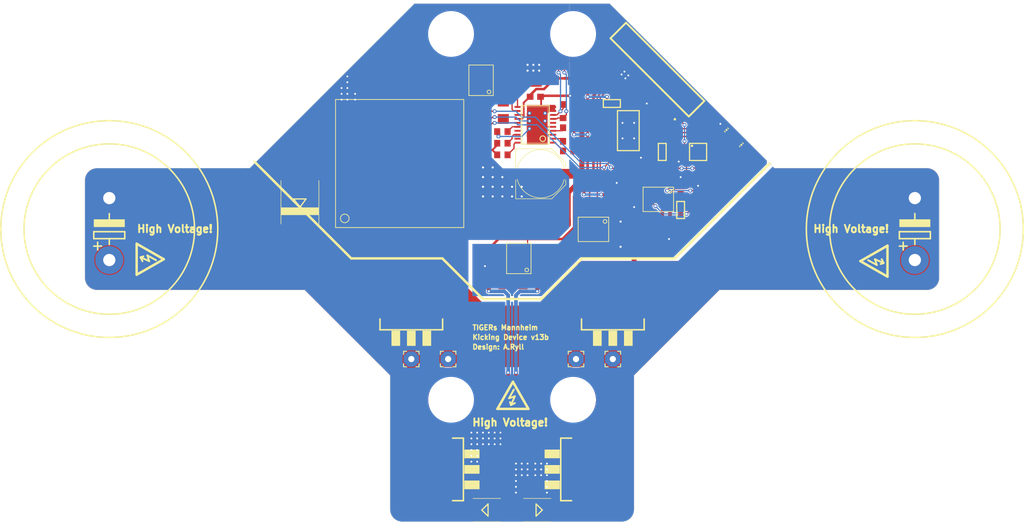
<source format=kicad_pcb>
(kicad_pcb (version 20241229) (generator "pcbnew") (generator_version "9.0")
  (layers (0 "F.Cu" signal) (2 "B.Cu" signal) (13 "F.Paste" user) (15 "B.Paste" user) (5 "F.SilkS" user "F.Silkscreen") (7 "B.SilkS" user "B.Silkscreen") (1 "F.Mask" user) (3 "B.Mask" user) (25 "Edge.Cuts" user))
  (net 0 "")
  (net 1 "Net-(IC3-VCC)")
  (net 2 "Net-(IC3-IN1)")
  (net 3 "/MAIN-3V3")
  (net 4 "Net-(IC6B-+IN)")
  (net 5 "+3V3")
  (net 6 "GND")
  (net 7 "Net-(C21-Pad1)")
  (net 8 "Net-(L3A-1)")
  (net 9 "Net-(IC6C-VCC)")
  (net 10 "Net-(D4-C)")
  (net 11 "+12V")
  (net 12 "Net-(IC10-VIN)")
  (net 13 "Net-(D1-PadA)")
  (net 14 "/DIS1-OUT")
  (net 15 "VCC")
  (net 16 "/DIS2-OUT")
  (net 17 "Net-(PAD2-P)")
  (net 18 "Net-(PAD4-P)")
  (net 19 "/MAIN-VCC")
  (net 20 "/KICK-DIS1")
  (net 21 "/KICK-DIS2")
  (net 22 "/KICK-MISO")
  (net 23 "/KICK-NSS")
  (net 24 "/KICK-SCK")
  (net 25 "/KICK-MOSI")
  (net 26 "Net-(IC6A-OUT)")
  (net 27 "Net-(IC6A-+IN)")
  (net 28 "Net-(IC7-UVLO1)")
  (net 29 "Net-(IC7-RBG)")
  (net 30 "Net-(IC7-HVGATE)")
  (net 32 "Net-(IC7-CSP)")
  (net 33 "Net-(IC7-RDCM)")
  (net 34 "Net-(IC7-RVOUT)")
  (net 35 "Net-(IC7-RVTRANS)")
  (net 36 "Net-(IC7-UVLO2)")
  (net 37 "Net-(IC8A-OUT)")
  (net 38 "Net-(IC8B-OUT)")
  (net 39 "Net-(LED1-PadA)")
  (net 40 "Net-(LED2-PadA)")
  (net 41 "Net-(Q1-G)")
  (net 42 "/CAP-RAW")
  (net 43 "/KICK-DONE")
  (net 44 "/DIS2")
  (net 45 "/DIS1")
  (net 46 "/CAP")
  (net 47 "/KICK-CHG")
  (footprint "Kicking Device v13b:C0603_334" (layer "F.Cu") (at 157.7086 81.29485)
    (property "Reference" "C19")
    (property "Value" "100n" (hide yes))
  )
  (footprint "Kicking Device v13b:C1210_334" (layer "F.Cu") (at 149.1361 97.6461 90)
    (property "Reference" "C17")
    (property "Value" "10u" (hide yes))
  )
  (footprint "Kicking Device v13b:SMC_210" (layer "F.Cu") (at 113.73485 95.1061 90)
    (property "Reference" "D1")
    (property "Value" "ES3J" (hide yes))
  )
  (footprint "Kicking Device v13b:L0603" (layer "F.Cu") (at 164.85235 78.9136 180)
    (property "Reference" "L5")
    (property "Value" "120R" (hide yes))
  )
  (footprint "Kicking Device v13b:C1210_334" (layer "F.Cu") (at 152.3111 97.6461 90)
    (property "Reference" "C12")
    (property "Value" "10u" (hide yes))
  )
  (footprint "Kicking Device v13b:C1210_334" (layer "F.Cu") (at 145.9611 97.6461 90)
    (property "Reference" "C16")
    (property "Value" "10u" (hide yes))
  )
  (footprint "Kicking Device v13b:L0603" (layer "F.Cu") (at 173.10735 86.8511 -90)
    (property "Reference" "L2")
    (property "Value" "120R" (hide yes))
  )
  (footprint "Kicking Device v13b:C1210_334" (layer "F.Cu") (at 142.7861 97.6461 90)
    (property "Reference" "C15")
    (property "Value" "10u" (hide yes))
  )
  (footprint "Kicking Device v13b:C0805_334" (layer "F.Cu") (at 141.67485 87.4861 90)
    (property "Reference" "C21")
    (property "Value" "10n" (hide yes))
  )
  (footprint "Kicking Device v13b:MSOP8" (layer "F.Cu") (at 178.9811 86.8511 -90)
    (property "Reference" "IC3")
    (property "Value" "ADC122S051" (hide yes))
  )
  (footprint "Kicking Device v13b:R0603_334" (layer "F.Cu") (at 146.9136 85.42235 180)
    (property "Reference" "R13")
    (property "Value" "24k9" (hide yes))
  )
  (footprint "Kicking Device v13b:C0603_334" (layer "F.Cu") (at 176.1236 92.8836 90)
    (property "Reference" "C22")
    (property "Value" "100n" (hide yes))
  )
  (footprint "Kicking Device v13b:2,54_1,0" (layer "F.Cu") (at 158.9786 120.8236)
    (property "Reference" "PAD1")
    (property "Value" "WIREPAD2,54/1,0" (hide yes))
  )
  (footprint "Kicking Device v13b:D2PAK" (layer "F.Cu") (at 131.9911 111.9336)
    (property "Reference" "D5")
    (property "Value" "MBRB40250TG" (hide yes))
  )
  (footprint "Kicking Device v13b:dummyfp2" (layer "F.Cu") (at 138.5011 127.5036)
    (property "Reference" "UNK_HOLE_2" (hide yes))
    (property "Value" "" (hide yes))
  )
  (footprint "Kicking Device v13b:C0603_334" (layer "F.Cu") (at 167.5511 87.8036)
    (property "Reference" "C25")
    (property "Value" "10u" (hide yes))
  )
  (footprint "Kicking Device v13b:dummyfp0" (layer "F.Cu") (at 138.5011 67.5036)
    (property "Reference" "UNK_HOLE_0" (hide yes))
    (property "Value" "" (hide yes))
  )
  (footprint "Kicking Device v13b:C0603_334" (layer "F.Cu") (at 178.9811 90.3436 -90)
    (property "Reference" "C7")
    (property "Value" "100n" (hide yes))
  )
  (footprint "Kicking Device v13b:dummyfp1" (layer "F.Cu") (at 158.5011 67.5036)
    (property "Reference" "UNK_HOLE_1" (hide yes))
    (property "Value" "" (hide yes))
  )
  (footprint "Kicking Device v13b:R1206_334" (layer "F.Cu") (at 151.6761 108.4411)
    (property "Reference" "R22")
    (property "Value" "10" (hide yes))
  )
  (footprint "Kicking Device v13b:R0603_334" (layer "F.Cu") (at 157.7086 86.69235)
    (property "Reference" "R9")
    (property "Value" "24k9" (hide yes))
  )
  (footprint "Kicking Device v13b:2,54_1,0" (layer "F.Cu") (at 131.9911 120.8236)
    (property "Reference" "PAD4")
    (property "Value" "WIREPAD2,54/1,0" (hide yes))
  )
  (footprint "Kicking Device v13b:R1206_334" (layer "F.Cu") (at 145.6436 108.4411 180)
    (property "Reference" "R21")
    (property "Value" "10" (hide yes))
  )
  (footprint "Kicking Device v13b:R0603_334" (layer "F.Cu") (at 168.5036 92.8836 90)
    (property "Reference" "R10")
    (property "Value" "133k" (hide yes))
  )
  (footprint "Kicking Device v13b:C0603_334" (layer "F.Cu") (at 165.3286 101.4561 -90)
    (property "Reference" "C10")
    (property "Value" "100n" (hide yes))
  )
  (footprint "Kicking Device v13b:C0603_334" (layer "F.Cu") (at 174.8536 86.8511 -90)
    (property "Reference" "C6")
    (property "Value" "100n" (hide yes))
  )
  (footprint "Kicking Device v13b:R0603_334" (layer "F.Cu") (at 181.2036 90.3436 -90)
    (property "Reference" "R1")
    (property "Value" "1k" (hide yes))
  )
  (footprint "Kicking Device v13b:R1206_334" (layer "F.Cu") (at 168.5036 101.7736 -90)
    (property "Reference" "R19")
    (property "Value" "10M 0.5%" (hide yes))
  )
  (footprint "Kicking Device v13b:R0603_334" (layer "F.Cu") (at 146.9136 87.32735 180)
    (property "Reference" "R15")
    (property "Value" "10k" (hide yes))
  )
  (footprint "Kicking Device v13b:R1206_334" (layer "F.Cu") (at 147.07235 80.02485 90)
    (property "Reference" "R14")
    (property "Value" "24" (hide yes))
  )
  (footprint "Kicking Device v13b:2,54_1,0" (layer "F.Cu") (at 138.0236 120.8236)
    (property "Reference" "PAD3")
    (property "Value" "WIREPAD2,54/1,0" (hide yes))
  )
  (footprint "Kicking Device v13b:R0805_334" (layer "F.Cu") (at 141.67485 91.45485 -90)
    (property "Reference" "R16")
    (property "Value" "4R7" (hide yes))
  )
  (footprint "Kicking Device v13b:SOIC8N" (layer "F.Cu") (at 143.4211 75.1036 180)
    (property "Reference" "Q1")
    (property "Value" "FDS2582" (hide yes))
  )
  (footprint "Kicking Device v13b:1206" (layer "F.Cu") (at 158.9786 74.7861 -90)
    (property "Reference" "F1")
    (property "Value" "8A slow" (hide yes))
  )
  (footprint "Kicking Device v13b:2,54_1,0" (layer "F.Cu") (at 165.0111 120.8236)
    (property "Reference" "PAD2")
    (property "Value" "WIREPAD2,54/1,0" (hide yes))
  )
  (footprint "Kicking Device v13b:CHIP-LED0603_259" (layer "F.Cu") (at 185.9661 85.5811 -135)
    (property "Reference" "LED2")
    (property "Value" "rd" (hide yes))
  )
  (footprint "Kicking Device v13b:D2PAK" (layer "F.Cu") (at 165.0111 111.9336)
    (property "Reference" "D4")
    (property "Value" "MBRB40250TG" (hide yes))
  )
  (footprint "Kicking Device v13b:EB35D_334" (layer "F.Cu") (at 82.5011 99.5036 90)
    (property "Reference" "C23")
    (property "Value" "1800u" (hide yes))
  )
  (footprint "Kicking Device v13b:R0603_334" (layer "F.Cu") (at 168.5036 97.6461 -90)
    (property "Reference" "R20")
    (property "Value" "133k" (hide yes))
  )
  (footprint "Kicking Device v13b:R0603_334" (layer "F.Cu") (at 171.3611 100.1861 90)
    (property "Reference" "R4")
    (property "Value" "1k" (hide yes))
  )
  (footprint "Kicking Device v13b:SOT223" (layer "F.Cu") (at 167.5511 83.3586 -90)
    (property "Reference" "IC10")
    (property "Value" "MCP1790" (hide yes))
  )
  (footprint "Kicking Device v13b:R0603_334" (layer "F.Cu") (at 157.7086 82.88235 180)
    (property "Reference" "R8")
    (property "Value" "133k" (hide yes))
  )
  (footprint "Kicking Device v13b:SMB_210" (layer "F.Cu") (at 152.6286 145.5886 180)
    (property "Reference" "D2")
    (property "Value" "SMBJ13CA" (hide yes))
  )
  (footprint "Kicking Device v13b:SOIC8N" (layer "F.Cu") (at 149.61235 104.3136 180)
    (property "Reference" "IC8")
    (property "Value" "FAN3229TMX" (hide yes))
  )
  (footprint "Kicking Device v13b:SOIC8N" (layer "F.Cu") (at 172.47235 94.62985 -90)
    (property "Reference" "IC6")
    (property "Value" "MCP6002" (hide yes))
  )
  (footprint "Kicking Device v13b:C0603_334" (layer "F.Cu") (at 142.4686 83.0411)
    (property "Reference" "C8")
    (property "Value" "100n" (hide yes))
  )
  (footprint "Kicking Device v13b:SOIC8N" (layer "F.Cu") (at 161.8361 99.5511 -90)
    (property "Reference" "IC1")
    (property "Value" "SI8620EC-B-IS" (hide yes))
  )
  (footprint "Kicking Device v13b:R0603_334" (layer "F.Cu") (at 183.4261 90.3436 -90)
    (property "Reference" "R17")
    (property "Value" "1k" (hide yes))
  )
  (footprint "Kicking Device v13b:C0603_334" (layer "F.Cu") (at 145.0086 104.6311 -90)
    (property "Reference" "C27")
    (property "Value" "100n" (hide yes))
  )
  (footprint "Kicking Device v13b:C0603_334" (layer "F.Cu") (at 152.3111 77.80235)
    (property "Reference" "C20")
    (property "Value" "10u" (hide yes))
  )
  (footprint "Kicking Device v13b:L0603" (layer "F.Cu") (at 176.1236 96.3761 -90)
    (property "Reference" "L4")
    (property "Value" "120R" (hide yes))
  )
  (footprint "Kicking Device v13b:R0603_334" (layer "F.Cu") (at 157.7086 85.10485 180)
    (property "Reference" "R6")
    (property "Value" "133k" (hide yes))
  )
  (footprint "Kicking Device v13b:SMB_210" (layer "F.Cu") (at 144.3736 145.5886)
    (property "Reference" "D3")
    (property "Value" "SMBJ13CA" (hide yes))
  )
  (footprint "Kicking Device v13b:EB35D_334" (layer "F.Cu") (at 214.5011 99.5036 90)
    (property "Reference" "C26")
    (property "Value" "1800u" (hide yes))
  )
  (footprint "Kicking Device v13b:DF13C-12P-1.25V" (layer "F.Cu") (at 171.0436 74.62735 135)
    (property "Reference" "X1" (hide yes))
    (property "Value" "DF13-12P-1.25V" (hide yes))
  )
  (footprint "Kicking Device v13b:C0603_334" (layer "F.Cu") (at 165.3286 97.6461 -90)
    (property "Reference" "C9")
    (property "Value" "100n" (hide yes))
  )
  (footprint "Kicking Device v13b:R0603_334" (layer "F.Cu") (at 166.5986 92.8836 -90)
    (property "Reference" "R11")
    (property "Value" "10k" (hide yes))
  )
  (footprint "Kicking Device v13b:DA2034-AL" (layer "F.Cu") (at 130.0861 88.7561 90)
    (property "Reference" "L3")
    (property "Value" "DA2034-AL" (hide yes))
  )
  (footprint "Kicking Device v13b:TSSOP20P" (layer "F.Cu") (at 152.3111 82.4061 90)
    (property "Reference" "IC7")
    (property "Value" "LT3751FE" (hide yes))
  )
  (footprint "Kicking Device v13b:D2PAK" (layer "F.Cu") (at 136.4361 138.9211 90)
    (property "Reference" "Q3")
    (property "Value" "IKB40N65ES5" (hide yes))
  )
  (footprint "Kicking Device v13b:R0603_334" (layer "F.Cu") (at 157.7086 79.07235 180)
    (property "Reference" "R2")
    (property "Value" "10k" (hide yes))
  )
  (footprint "Kicking Device v13b:R1206_334" (layer "F.Cu") (at 150.7236 75.1036 180)
    (property "Reference" "R18")
    (property "Value" "0R008" (hide yes))
  )
  (footprint "Kicking Device v13b:C0603_334" (layer "F.Cu") (at 173.2661 100.1861 -90)
    (property "Reference" "C18")
    (property "Value" "100n" (hide yes))
  )
  (footprint "Kicking Device v13b:CHIP-LED0603_259" (layer "F.Cu") (at 183.7436 83.3586 45)
    (property "Reference" "LED1")
    (property "Value" "gr" (hide yes))
  )
  (footprint "Kicking Device v13b:C0603_334" (layer "F.Cu") (at 168.5036 78.9136)
    (property "Reference" "C24")
    (property "Value" "10u" (hide yes))
  )
  (footprint "Kicking Device v13b:SOT23" (layer "F.Cu") (at 142.4686 79.8661)
    (property "Reference" "IC4")
    (property "Value" "MCP9701A" (hide yes))
  )
  (footprint "Kicking Device v13b:C1210_334" (layer "F.Cu") (at 155.4861 97.6461 90)
    (property "Reference" "C13")
    (property "Value" "10u" (hide yes))
  )
  (footprint "Kicking Device v13b:dummyfp3" (layer "F.Cu") (at 158.5011 127.5036)
    (property "Reference" "UNK_HOLE_3" (hide yes))
    (property "Value" "" (hide yes))
  )
  (footprint "Kicking Device v13b:PANASONIC_F_334" (layer "F.Cu") (at 153.197843 90.436594)
    (property "Reference" "C11")
    (property "Value" "220u" (hide yes))
  )
  (footprint "Kicking Device v13b:R0603_334" (layer "F.Cu") (at 146.9136 83.51735)
    (property "Reference" "R12")
    (property "Value" "1k" (hide yes))
  )
  (footprint "Kicking Device v13b:D2PAK" (layer "F.Cu") (at 160.5661 138.9211 -90)
    (property "Reference" "Q2")
    (property "Value" "IKB40N65ES5" (hide yes))
  )
  (gr_line (start 88.733025 103.8161) (end 89.050525 104.7686) (stroke (width 0.3048)) (layer "F.SilkS"))
  (gr_line (start 209.380475 105.0836) (end 208.904275 105.2423) (stroke (width 0.3048)) (layer "F.SilkS"))
  (gr_line (start 148.7974 125.822975) (end 148.0036 127.251675) (stroke (width 0.3048)) (layer "F.SilkS"))
  (gr_line (start 122.1486 104.3136) (end 106.2736 88.4386) (stroke (width 0.4064)) (layer "F.SilkS"))
  (gr_line (start 153.2636 110.9811) (end 143.7386 110.9811) (stroke (width 0.4064)) (layer "F.SilkS"))
  (gr_line (start 91.431725 104.4511) (end 86.986725 101.9111) (stroke (width 0.4064)) (layer "F.SilkS"))
  (gr_line (start 148.3211 128.362975) (end 148.1624 127.886775) (stroke (width 0.3048)) (layer "F.SilkS"))
  (gr_line (start 159.9311 104.3136) (end 153.2636 110.9811) (stroke (width 0.4064)) (layer "F.SilkS"))
  (gr_line (start 205.570475 104.7661) (end 210.015475 102.2261) (stroke (width 0.4064)) (layer "F.SilkS"))
  (gr_line (start 148.3211 128.362975) (end 148.9561 128.045475) (stroke (width 0.3048)) (layer "F.SilkS"))
  (gr_line (start 190.7286 88.7561) (end 175.1711 104.3136) (stroke (width 0.4064)) (layer "F.SilkS"))
  (gr_line (start 89.050525 104.7686) (end 87.621725 104.1336) (stroke (width 0.3048)) (layer "F.SilkS"))
  (gr_line (start 210.015475 107.3061) (end 210.015475 102.2261) (stroke (width 0.4064)) (layer "F.SilkS"))
  (gr_line (start 175.1711 104.3136) (end 160.5661 104.3136) (stroke (width 0.4064)) (layer "F.SilkS"))
  (gr_line (start 143.7386 110.9811) (end 137.0711 104.3136) (stroke (width 0.4064)) (layer "F.SilkS"))
  (gr_line (start 148.0036 127.251675) (end 148.9561 126.934175) (stroke (width 0.3048)) (layer "F.SilkS"))
  (gr_line (start 148.6386 124.552975) (end 146.0986 128.997975) (stroke (width 0.4064)) (layer "F.SilkS"))
  (gr_line (start 87.621725 104.1336) (end 88.097925 103.9749) (stroke (width 0.3048)) (layer "F.SilkS"))
  (gr_line (start 208.269175 105.4011) (end 207.951675 104.4486) (stroke (width 0.3048)) (layer "F.SilkS"))
  (gr_line (start 148.9561 126.934175) (end 148.3211 128.362975) (stroke (width 0.3048)) (layer "F.SilkS"))
  (gr_line (start 209.380475 105.0836) (end 209.062975 104.4486) (stroke (width 0.3048)) (layer "F.SilkS"))
  (gr_line (start 91.431725 104.4511) (end 86.986725 106.9911) (stroke (width 0.4064)) (layer "F.SilkS"))
  (gr_line (start 160.5661 104.3136) (end 159.9311 104.3136) (stroke (width 0.4064)) (layer "F.SilkS"))
  (gr_line (start 148.6386 124.552975) (end 151.1786 128.997975) (stroke (width 0.4064)) (layer "F.SilkS"))
  (gr_line (start 205.570475 104.7661) (end 210.015475 107.3061) (stroke (width 0.4064)) (layer "F.SilkS"))
  (gr_line (start 207.951675 104.4486) (end 209.380475 105.0836) (stroke (width 0.3048)) (layer "F.SilkS"))
  (gr_line (start 206.840475 104.6073) (end 208.269175 105.4011) (stroke (width 0.3048)) (layer "F.SilkS"))
  (gr_line (start 90.161725 104.6099) (end 88.733025 103.8161) (stroke (width 0.3048)) (layer "F.SilkS"))
  (gr_line (start 87.621725 104.1336) (end 87.939225 104.7686) (stroke (width 0.3048)) (layer "F.SilkS"))
  (gr_line (start 146.0986 128.997975) (end 151.1786 128.997975) (stroke (width 0.4064)) (layer "F.SilkS"))
  (gr_line (start 86.986725 101.9111) (end 86.986725 106.9911) (stroke (width 0.4064)) (layer "F.SilkS"))
  (gr_line (start 137.0711 104.3136) (end 122.1486 104.3136) (stroke (width 0.4064)) (layer "F.SilkS"))
  (gr_line (start 164.5011 62.5036) (end 191.5011 89.5036) (stroke (width 0.05)) (layer "Edge.Cuts"))
  (gr_line (start 216.5011 109.5036) (end 182.5011 109.5036) (stroke (width 0.05)) (layer "Edge.Cuts"))
  (gr_line (start 80.5011 109.5036) (end 114.5011 109.5036) (stroke (width 0.05)) (layer "Edge.Cuts"))
  (gr_line (start 218.5011 91.5036) (end 218.5011 107.5036) (stroke (width 0.05)) (layer "Edge.Cuts"))
  (gr_line (start 105.5011 89.5036) (end 80.5011 89.5036) (stroke (width 0.05)) (layer "Edge.Cuts"))
  (gr_line (start 168.5011 145.5036) (end 168.5011 123.5036) (stroke (width 0.05)) (layer "Edge.Cuts"))
  (gr_line (start 182.5011 109.5036) (end 168.5011 123.5036) (stroke (width 0.05)) (layer "Edge.Cuts"))
  (gr_line (start 191.5011 89.5036) (end 216.5011 89.5036) (stroke (width 0.05)) (layer "Edge.Cuts"))
  (gr_line (start 78.5011 91.5036) (end 78.5011 107.5036) (stroke (width 0.05)) (layer "Edge.Cuts"))
  (gr_arc (start 218.5011 107.5036) (mid 217.915314 108.917814) (end 216.5011 109.5036) (stroke (width 0.05)) (layer "Edge.Cuts"))
  (gr_line (start 114.5011 109.5036) (end 128.5011 123.5036) (stroke (width 0.05)) (layer "Edge.Cuts"))
  (gr_line (start 132.5011 62.5036) (end 105.5011 89.5036) (stroke (width 0.05)) (layer "Edge.Cuts"))
  (gr_line (start 132.5011 62.5036) (end 164.5011 62.5036) (stroke (width 0.05)) (layer "Edge.Cuts"))
  (gr_arc (start 130.5011 147.5036) (mid 129.086886 146.917814) (end 128.5011 145.5036) (stroke (width 0.05)) (layer "Edge.Cuts"))
  (gr_line (start 128.5011 123.5036) (end 128.5011 145.5036) (stroke (width 0.05)) (layer "Edge.Cuts"))
  (gr_arc (start 80.5011 109.5036) (mid 79.086886 108.917814) (end 78.5011 107.5036) (stroke (width 0.05)) (layer "Edge.Cuts"))
  (gr_arc (start 78.5011 91.5036) (mid 79.086886 90.089386) (end 80.5011 89.5036) (stroke (width 0.05)) (layer "Edge.Cuts"))
  (gr_line (start 130.5011 147.5036) (end 166.5011 147.5036) (stroke (width 0.05)) (layer "Edge.Cuts"))
  (gr_arc (start 168.5011 145.5036) (mid 167.915314 146.917814) (end 166.5011 147.5036) (stroke (width 0.05)) (layer "Edge.Cuts"))
  (gr_arc (start 216.5011 89.5036) (mid 217.915314 90.089386) (end 218.5011 91.5036) (stroke (width 0.05)) (layer "Edge.Cuts"))
  (gr_text "High Voltage!" (at 197.7136 100.1861 0) (layer "F.SilkS") (effects (font (size 1.2192 1.2192) (thickness 0.3048)) (justify left bottom)))
  (gr_text "Design: A.Ryll" (at 141.912975 119.315475 0) (layer "F.SilkS") (effects (font (size 0.8128 0.8128) (thickness 0.2032)) (justify left bottom)))
  (gr_text "Kicking Device v13b" (at 141.912975 117.727975 0) (layer "F.SilkS") (effects (font (size 0.8128 0.8128) (thickness 0.2032)) (justify left bottom)))
  (gr_text "TIGERs Mannheim" (at 141.912975 116.140475 0) (layer "F.SilkS") (effects (font (size 0.8128 0.8128) (thickness 0.2032)) (justify left bottom)))
  (gr_text "High Voltage!" (at 141.8336 131.9361 0) (layer "F.SilkS") (effects (font (size 1.2192 1.2192) (thickness 0.3048)) (justify left bottom)))
  (gr_text "High Voltage!" (at 86.9061 100.1861 0) (layer "F.SilkS") (effects (font (size 1.2192 1.2192) (thickness 0.3048)) (justify left bottom)))
  (segment (start 173.19535 86.0011) (end 173.10735 86.0891) (width 0.3048) (layer "F.Cu") (net 1))
  (segment (start 174.8536 86.0011) (end 173.19535 86.0011) (width 0.3048) (layer "F.Cu") (net 1))
  (segment (start 175.4786 86.5261) (end 174.8536 86.0011) (width 0.3048) (layer "F.Cu") (net 1))
  (segment (start 173.314496 85.881954) (end 173.10735 86.0891) (width 0.3048) (layer "F.Cu") (net 1))
  (segment (start 176.9311 86.5261) (end 175.4786 86.5261) (width 0.3048) (layer "F.Cu") (net 1))
  (segment (start 143.7386 80.6461) (end 143.7386 80.5011) (width 0.2032) (layer "F.Cu") (net 2))
  (segment (start 178.0286 89.54985) (end 178.08485 89.4936) (width 0.2032) (layer "F.Cu") (net 2))
  (segment (start 144.0561 80.1836) (end 145.6436 80.1836) (width 0.2032) (layer "F.Cu") (net 2))
  (segment (start 143.4186 80.9661) (end 143.7386 80.6461) (width 0.2032) (layer "F.Cu") (net 2))
  (segment (start 143.7386 80.5011) (end 144.0561 80.1836) (width 0.2032) (layer "F.Cu") (net 2))
  (segment (start 178.08485 89.4936) (end 178.9811 89.4936) (width 0.2032) (layer "F.Cu") (net 2))
  (segment (start 178.9811 89.4936) (end 180.6486 87.8261) (width 0.2032) (layer "F.Cu") (net 2))
  (segment (start 164.6936 89.3911) (end 164.85235 89.54985) (width 0.2032) (layer "F.Cu") (net 2))
  (segment (start 176.28235 89.54985) (end 164.85235 89.54985) (width 0.2032) (layer "F.Cu") (net 2))
  (segment (start 180.6486 87.8261) (end 181.0311 87.8261) (width 0.2032) (layer "F.Cu") (net 2))
  (via (at 178.0286 89.54985) (size 0.65) (drill 0.35) (layers "F.Cu" "B.Cu") (net 2))
  (via (at 176.28235 89.54985) (size 0.65) (drill 0.35) (layers "F.Cu" "B.Cu") (net 2))
  (via (at 145.6436 80.1836) (size 0.65) (drill 0.35) (layers "F.Cu" "B.Cu") (net 2))
  (via (at 164.6936 89.3911) (size 0.65) (drill 0.35) (layers "F.Cu" "B.Cu") (net 2))
  (segment (start 159.9311 88.7561) (end 164.0586 88.7561) (width 0.2032) (layer "B.Cu") (net 2))
  (segment (start 149.1361 80.1836) (end 150.0886 81.1361) (width 0.2032) (layer "B.Cu") (net 2))
  (segment (start 150.0886 81.1361) (end 152.3111 81.1361) (width 0.2032) (layer "B.Cu") (net 2))
  (segment (start 178.0286 89.54985) (end 176.28235 89.54985) (width 0.2032) (layer "B.Cu") (net 2))
  (segment (start 164.0586 88.7561) (end 164.6936 89.3911) (width 0.2032) (layer "B.Cu") (net 2))
  (segment (start 145.6436 80.1836) (end 149.1361 80.1836) (width 0.2032) (layer "B.Cu") (net 2))
  (segment (start 152.3111 81.1361) (end 159.9311 88.7561) (width 0.2032) (layer "B.Cu") (net 2))
  (segment (start 163.4236 93.8361) (end 165.3286 95.7411) (width 0.4064) (layer "F.Cu") (net 3))
  (segment (start 161.8361 77.6436) (end 161.8361 91.9311) (width 0.4064) (layer "F.Cu") (net 3))
  (segment (start 166.5986 72.8811) (end 161.8361 77.6436) (width 0.4064) (layer "F.Cu") (net 3))
  (segment (start 161.8361 91.9311) (end 160.2486 93.5186) (width 0.4064) (layer "F.Cu") (net 3))
  (segment (start 163.1061 93.8361) (end 163.4236 93.8361) (width 0.4064) (layer "F.Cu") (net 3))
  (segment (start 166.602665 72.8811) (end 166.5986 72.8811) (width 0.4064) (layer "F.Cu") (net 3))
  (segment (start 163.7961 96.7961) (end 163.7411 96.8511) (width 0.4064) (layer "F.Cu") (net 3))
  (segment (start 167.313609 72.170157) (end 166.602665 72.8811) (width 0.4064) (layer "F.Cu") (net 3))
  (segment (start 165.3286 95.7411) (end 165.3286 96.7961) (width 0.4064) (layer "F.Cu") (net 3))
  (segment (start 160.2486 93.5186) (end 160.2486 93.8361) (width 0.4064) (layer "F.Cu") (net 3))
  (segment (start 165.3286 96.7961) (end 163.7961 96.7961) (width 0.4064) (layer "F.Cu") (net 3))
  (via (at 163.1061 93.8361) (size 0.65) (drill 0.35) (layers "F.Cu" "B.Cu") (net 3))
  (via (at 160.2486 93.8361) (size 0.65) (drill 0.35) (layers "F.Cu" "B.Cu") (net 3))
  (segment (start 160.2486 93.8361) (end 163.1061 93.8361) (width 0.4064) (layer "B.Cu") (net 3))
  (segment (start 171.3611 99.3361) (end 173.2661 99.3361) (width 0.4064) (layer "F.Cu") (net 4))
  (segment (start 170.56735 98.54235) (end 171.3611 99.3361) (width 0.4064) (layer "F.Cu") (net 4))
  (segment (start 170.56735 97.32985) (end 170.56735 98.54235) (width 0.4064) (layer "F.Cu") (net 4))
  (segment (start 166.9161 96.3761) (end 165.6461 95.1061) (width 0.2032) (layer "F.Cu") (net 5))
  (segment (start 145.3261 82.0886) (end 145.6436 82.0886) (width 0.2032) (layer "F.Cu") (net 5))
  (segment (start 144.3736 83.6761) (end 144.3736 83.0411) (width 0.2032) (layer "F.Cu") (net 5))
  (segment (start 165.16985 87.8036) (end 163.58235 89.3911) (width 0.2032) (layer "F.Cu") (net 5))
  (segment (start 181.2036 91.1936) (end 183.4261 91.1936) (width 0.2032) (layer "F.Cu") (net 5))
  (segment (start 173.10735 87.6131) (end 171.64685 89.0736) (width 0.2032) (layer "F.Cu") (net 5))
  (segment (start 173.10735 87.6131) (end 172.98035 87.4861) (width 0.4064) (layer "F.Cu") (net 5))
  (segment (start 176.1236 97.1381) (end 176.2506 97.0111) (width 0.2032) (layer "F.Cu") (net 5))
  (segment (start 171.64685 89.0736) (end 167.9711 89.0736) (width 0.2032) (layer "F.Cu") (net 5))
  (segment (start 163.58235 93.04235) (end 163.58235 90.6611) (width 0.2032) (layer "F.Cu") (net 5))
  (segment (start 166.9161 98.9161) (end 166.9161 96.3761) (width 0.2032) (layer "F.Cu") (net 5))
  (segment (start 142.4686 83.9936) (end 144.0561 83.9936) (width 0.2032) (layer "F.Cu") (net 5))
  (segment (start 141.5186 80.9661) (end 141.5186 82.9411) (width 0.2032) (layer "F.Cu") (net 5))
  (segment (start 165.3286 100.6061) (end 165.3286 100.5036) (width 0.2032) (layer "F.Cu") (net 5))
  (segment (start 177.0761 97.0111) (end 181.2036 92.8836) (width 0.2032) (layer "F.Cu") (net 5))
  (segment (start 166.7011 86.6361) (end 166.7011 87.8036) (width 0.4064) (layer "F.Cu") (net 5))
  (segment (start 168.5036 92.0336) (end 167.1311 90.6611) (width 0.2032) (layer "F.Cu") (net 5))
  (segment (start 165.7346 85.6696) (end 166.7011 86.6361) (width 0.4064) (layer "F.Cu") (net 5))
  (segment (start 165.6461 95.1061) (end 163.58235 93.04235) (width 0.2032) (layer "F.Cu") (net 5))
  (segment (start 144.0561 83.9936) (end 144.3736 83.6761) (width 0.2032) (layer "F.Cu") (net 5))
  (segment (start 165.3286 100.5036) (end 166.9161 98.9161) (width 0.2032) (layer "F.Cu") (net 5))
  (segment (start 163.7411 102.2511) (end 163.7411 102.0911) (width 0.2032) (layer "F.Cu") (net 5))
  (segment (start 166.7011 87.8036) (end 165.16985 87.8036) (width 0.2032) (layer "F.Cu") (net 5))
  (segment (start 141.5186 82.9411) (end 141.6186 83.0411) (width 0.1524) (layer "F.Cu") (net 5))
  (segment (start 164.4521 85.6696) (end 165.7346 85.6696) (width 0.4064) (layer "F.Cu") (net 5))
  (segment (start 163.58235 90.6611) (end 163.58235 89.3911) (width 0.2032) (layer "F.Cu") (net 5))
  (segment (start 167.1311 90.6611) (end 163.58235 90.6611) (width 0.2032) (layer "F.Cu") (net 5))
  (segment (start 165.2261 100.6061) (end 165.3286 100.6061) (width 0.2032) (layer "F.Cu") (net 5))
  (segment (start 141.6186 83.0411) (end 141.6186 83.1436) (width 0.2032) (layer "F.Cu") (net 5))
  (segment (start 171.3611 95.1061) (end 165.6461 95.1061) (width 0.2032) (layer "F.Cu") (net 5))
  (segment (start 141.6186 83.1436) (end 142.4686 83.9936) (width 0.2032) (layer "F.Cu") (net 5))
  (segment (start 181.2036 92.8836) (end 181.2036 91.1936) (width 0.2032) (layer "F.Cu") (net 5))
  (segment (start 144.3736 83.0411) (end 145.3261 82.0886) (width 0.2032) (layer "F.Cu") (net 5))
  (segment (start 171.9961 95.7411) (end 171.3611 95.1061) (width 0.2032) (layer "F.Cu") (net 5))
  (segment (start 167.9711 89.0736) (end 166.7011 87.8036) (width 0.2032) (layer "F.Cu") (net 5))
  (segment (start 163.7411 102.0911) (end 165.2261 100.6061) (width 0.2032) (layer "F.Cu") (net 5))
  (segment (start 141.5186 82.9411) (end 141.6186 83.0411) (width 0.2032) (layer "F.Cu") (net 5))
  (segment (start 176.2506 97.0111) (end 177.0761 97.0111) (width 0.2032) (layer "F.Cu") (net 5))
  (via (at 171.9961 95.7411) (size 0.65) (drill 0.35) (layers "F.Cu" "B.Cu") (net 5))
  (via (at 177.0761 97.0111) (size 0.65) (drill 0.35) (layers "F.Cu" "B.Cu") (net 5))
  (via (at 145.6436 82.0886) (size 0.65) (drill 0.35) (layers "F.Cu" "B.Cu") (net 5))
  (via (at 163.58235 89.3911) (size 0.65) (drill 0.35) (layers "F.Cu" "B.Cu") (net 5))
  (segment (start 163.58235 89.3911) (end 159.6136 89.3911) (width 0.2032) (layer "B.Cu") (net 5))
  (segment (start 149.1361 82.0886) (end 149.4536 82.4061) (width 0.2032) (layer "B.Cu") (net 5))
  (segment (start 177.0761 97.0111) (end 173.2661 97.0111) (width 0.2032) (layer "B.Cu") (net 5))
  (segment (start 173.2661 97.0111) (end 171.9961 95.7411) (width 0.2032) (layer "B.Cu") (net 5))
  (segment (start 149.4536 82.4061) (end 152.6286 82.4061) (width 0.2032) (layer "B.Cu") (net 5))
  (segment (start 159.6136 89.3911) (end 152.6286 82.4061) (width 0.2032) (layer "B.Cu") (net 5))
  (segment (start 145.6436 82.0886) (end 149.1361 82.0886) (width 0.2032) (layer "B.Cu") (net 5))
  (segment (start 158.5586 79.07235) (end 158.5586 81.29485) (width 0.2032) (layer "F.Cu") (net 6))
  (segment (start 152.1456 75.1036) (end 151.9936 74.9516) (width 0.8128) (layer "F.Cu") (net 6))
  (segment (start 143.3186 83.0411) (end 143.36985 82.98985) (width 0.2032) (layer "F.Cu") (net 6))
  (segment (start 178.9811 92.40735) (end 178.9811 91.1936) (width 0.2032) (layer "F.Cu") (net 6))
  (segment (start 153.2636 77.80485) (end 153.2636 79.5486) (width 0.3048) (layer "F.Cu") (net 6))
  (segment (start 153.9061 82.7311) (end 153.8986 82.7236) (width 0.2032) (layer "F.Cu") (net 6))
  (segment (start 164.21735 103.51985) (end 165.3286 102.4086) (width 0.4064) (layer "F.Cu") (net 6))
  (segment (start 158.5586 78.1761) (end 158.5586 79.07235) (width 0.2032) (layer "F.Cu") (net 6))
  (segment (start 155.2289 84.0311) (end 153.9361 84.0311) (width 0.2032) (layer "F.Cu") (net 6))
  (segment (start 142.4686 78.7661) (end 142.4686 82.0886) (width 0.2032) (layer "F.Cu") (net 6))
  (segment (start 146.0636 83.51735) (end 146.0636 84.0961) (width 0.2032) (layer "F.Cu") (net 6))
  (segment (start 169.61485 87.8036) (end 168.4011 87.8036) (width 0.4064) (layer "F.Cu") (net 6))
  (segment (start 160.40735 103.51985) (end 164.21735 103.51985) (width 0.4064) (layer "F.Cu") (net 6))
  (segment (start 155.2289 79.2914) (end 155.2289 79.4811) (width 0.2032) (layer "F.Cu") (net 6))
  (segment (start 143.36985 82.98985) (end 143.6361 82.7236) (width 0.2032) (layer "F.Cu") (net 6))
  (segment (start 160.5661 98.2811) (end 165.1136 98.2811) (width 0.4064) (layer "F.Cu") (net 6))
  (segment (start 175.4786 87.1761) (end 174.8536 87.7011) (width 0.3048) (layer "F.Cu") (net 6))
  (segment (start 168.5036 95.89985) (end 168.5036 96.7961) (width 0.4064) (layer "F.Cu") (net 6))
  (segment (start 183.213268 82.828272) (end 182.63235 82.247354) (width 0.2032) (layer "F.Cu") (net 6))
  (segment (start 153.1611 77.80235) (end 153.2636 77.80485) (width 0.2032) (layer "F.Cu") (net 6))
  (segment (start 166.4961 91.9311) (end 165.6461 91.9311) (width 0.4064) (layer "F.Cu") (net 6))
  (segment (start 143.7386 82.7236) (end 145.3261 81.1361) (width 0.2032) (layer "F.Cu") (net 6))
  (segment (start 176.9311 87.1761) (end 175.4786 87.1761) (width 0.3048) (layer "F.Cu") (net 6))
  (segment (start 153.1611 77.80235) (end 153.73985 77.80235) (width 0.2032) (layer "F.Cu") (net 6))
  (segment (start 146.91235 106.2186) (end 145.6461 106.2186) (width 0.4064) (layer "F.Cu") (net 6))
  (segment (start 149.3933 79.4811) (end 149.3933 77.7039) (width 0.2032) (layer "F.Cu") (net 6))
  (segment (start 170.56735 91.92985) (end 170.56735 91.13735) (width 0.4064) (layer "F.Cu") (net 6))
  (segment (start 153.41985 77.6436) (end 153.1611 77.80235) (width 0.4064) (layer "F.Cu") (net 6))
  (segment (start 171.0436 90.6611) (end 174.8536 90.6611) (width 0.4064) (layer "F.Cu") (net 6))
  (segment (start 165.3286 102.4086) (end 165.3286 102.3061) (width 0.4064) (layer "F.Cu") (net 6))
  (segment (start 159.9311 97.6461) (end 160.5661 98.2811) (width 0.4064) (layer "F.Cu") (net 6))
  (segment (start 158.0261 77.6436) (end 153.41985 77.6436) (width 0.4064) (layer "F.Cu") (net 6))
  (segment (start 173.3686 101.1386) (end 174.2186 101.1386) (width 0.3048) (layer "F.Cu") (net 6))
  (segment (start 155.2289 82.7311) (end 153.9061 82.7311) (width 0.2032) (layer "F.Cu") (net 6))
  (segment (start 176.1236 90.9786) (end 176.1236 91.9311) (width 0.4064) (layer "F.Cu") (net 6))
  (segment (start 166.2811 98.2811) (end 165.1136 98.2811) (width 0.4064) (layer "F.Cu") (net 6))
  (segment (start 175.5911 88.4386) (end 174.8536 87.7011) (width 0.3048) (layer "F.Cu") (net 6))
  (segment (start 159.9311 102.2511) (end 159.9311 103.0436) (width 0.4064) (layer "F.Cu") (net 6))
  (segment (start 142.4686 82.0886) (end 143.36985 82.98985) (width 0.2032) (layer "F.Cu") (net 6))
  (segment (start 143.6361 82.7236) (end 143.7386 82.7236) (width 0.2032) (layer "F.Cu") (net 6))
  (segment (start 166.2811 102.4086) (end 165.3286 102.4086) (width 0.4064) (layer "F.Cu") (net 6))
  (segment (start 170.56735 91.13735) (end 171.0436 90.6611) (width 0.4064) (layer "F.Cu") (net 6))
  (segment (start 173.2661 101.0361) (end 173.3686 101.1386) (width 0.3048) (layer "F.Cu") (net 6))
  (segment (start 153.9361 84.0311) (end 153.8986 83.9936) (width 0.2032) (layer "F.Cu") (net 6))
  (segment (start 182.63235 82.247354) (end 182.63235 82.24735) (width 0.2032) (layer "F.Cu") (net 6))
  (segment (start 175.8061 88.4386) (end 175.5911 88.4386) (width 0.3048) (layer "F.Cu") (net 6))
  (segment (start 165.1136 98.2811) (end 165.3286 98.4961) (width 0.4064) (layer "F.Cu") (net 6))
  (segment (start 149.3933 77.7039) (end 151.9936 75.1036) (width 0.2032) (layer "F.Cu") (net 6))
  (segment (start 176.1236 91.9311) (end 176.1236 92.0336) (width 0.4064) (layer "F.Cu") (net 6))
  (segment (start 145.6461 106.2186) (end 145.0086 105.4811) (width 0.4064) (layer "F.Cu") (net 6))
  (segment (start 145.3261 81.1361) (end 145.6436 81.1361) (width 0.2032) (layer "F.Cu") (net 6))
  (segment (start 149.55485 90.3436) (end 149.647843 90.436594) (width 0.8128) (layer "F.Cu") (net 6))
  (segment (start 159.9311 103.0436) (end 160.40735 103.51985) (width 0.4064) (layer "F.Cu") (net 6))
  (segment (start 151.9936 75.1036) (end 152.1456 75.1036) (width 0.2032) (layer "F.Cu") (net 6))
  (segment (start 158.0261 77.6436) (end 158.5586 78.1761) (width 0.2032) (layer "F.Cu") (net 6))
  (segment (start 144.0561 105.5836) (end 144.761144 105.5836) (width 0.4064) (layer "F.Cu") (net 6))
  (segment (start 170.56735 78.9136) (end 169.3536 78.9136) (width 0.4064) (layer "F.Cu") (net 6))
  (segment (start 174.8536 90.6611) (end 176.1236 91.9311) (width 0.4064) (layer "F.Cu") (net 6))
  (segment (start 146.0636 84.0961) (end 146.2786 84.3111) (width 0.2032) (layer "F.Cu") (net 6))
  (segment (start 159.9311 96.8511) (end 159.9311 97.6461) (width 0.4064) (layer "F.Cu") (net 6))
  (segment (start 166.5986 92.0336) (end 166.4961 91.9311) (width 0.4064) (layer "F.Cu") (net 6))
  (via (at 143.7386 133.8411) (size 0.6048) (drill 0.3048) (layers "F.Cu" "B.Cu") (net 6))
  (via (at 142.7861 133.8411) (size 0.6048) (drill 0.3048) (layers "F.Cu" "B.Cu") (net 6))
  (via (at 143.7386 132.8886) (size 0.6048) (drill 0.3048) (layers "F.Cu" "B.Cu") (net 6))
  (via (at 122.7836 77.3261) (size 0.6048) (drill 0.3048) (layers "F.Cu" "B.Cu") (net 6))
  (via (at 175.8061 88.4386) (size 0.6048) (drill 0.3048) (layers "F.Cu" "B.Cu") (net 6))
  (via (at 152.9461 73.5161) (size 0.65) (drill 0.35) (layers "F.Cu" "B.Cu") (net 6))
  (via (at 146.9136 90.9786) (size 0.65) (drill 0.35) (layers "F.Cu" "B.Cu") (net 6))
  (via (at 121.5136 74.4686) (size 0.6048) (drill 0.3048) (layers "F.Cu" "B.Cu") (net 6))
  (via (at 151.3586 80.5011) (size 0.6048) (drill 0.3048) (layers "F.Cu" "B.Cu") (net 6))
  (via (at 152.3111 138.9211) (size 0.6048) (drill 0.3048) (layers "F.Cu" "B.Cu") (net 6))
  (via (at 144.0561 105.5836) (size 0.6048) (drill 0.3048) (layers "F.Cu" "B.Cu") (net 6))
  (via (at 142.7861 132.8886) (size 0.6048) (drill 0.3048) (layers "F.Cu" "B.Cu") (net 6))
  (via (at 158.0261 77.6436) (size 0.6048) (drill 0.3048) (layers "F.Cu" "B.Cu") (net 6))
  (via (at 152.9461 72.5636) (size 0.65) (drill 0.35) (layers "F.Cu" "B.Cu") (net 6))
  (via (at 151.9936 73.5161) (size 0.65) (drill 0.35) (layers "F.Cu" "B.Cu") (net 6))
  (via (at 150.0886 139.8736) (size 0.6048) (drill 0.3048) (layers "F.Cu" "B.Cu") (net 6))
  (via (at 153.2636 137.9686) (size 0.6048) (drill 0.3048) (layers "F.Cu" "B.Cu") (net 6))
  (via (at 146.9136 94.1536) (size 0.65) (drill 0.35) (layers "F.Cu" "B.Cu") (net 6))
  (via (at 120.5611 77.3261) (size 0.6048) (drill 0.3048) (layers "F.Cu" "B.Cu") (net 6))
  (via (at 149.1361 137.9686) (size 0.6048) (drill 0.3048) (layers "F.Cu" "B.Cu") (net 6))
  (via (at 167.5511 74.30985) (size 0.6048) (drill 0.3048) (layers "F.Cu" "B.Cu") (net 6))
  (via (at 148.5011 94.1536) (size 0.65) (drill 0.35) (layers "F.Cu" "B.Cu") (net 6))
  (via (at 154.2161 139.8736) (size 0.6048) (drill 0.3048) (layers "F.Cu" "B.Cu") (net 6))
  (via (at 122.7836 78.2786) (size 0.6048) (drill 0.3048) (layers "F.Cu" "B.Cu") (net 6))
  (via (at 154.2161 137.9686) (size 0.6048) (drill 0.3048) (layers "F.Cu" "B.Cu") (net 6))
  (via (at 120.5611 78.2786) (size 0.6048) (drill 0.3048) (layers "F.Cu" "B.Cu") (net 6))
  (via (at 141.8336 133.8411) (size 0.6048) (drill 0.3048) (layers "F.Cu" "B.Cu") (net 6))
  (via (at 145.6436 81.1361) (size 0.65) (drill 0.35) (layers "F.Cu" "B.Cu") (net 6))
  (via (at 141.8336 137.6511) (size 0.6048) (drill 0.3048) (layers "F.Cu" "B.Cu") (net 6))
  (via (at 150.0886 94.1536) (size 0.65) (drill 0.35) (layers "F.Cu" "B.Cu") (net 6))
  (via (at 166.5986 84.6286) (size 0.6048) (drill 0.3048) (layers "F.Cu" "B.Cu") (net 6))
  (via (at 154.2161 141.7786) (size 0.6048) (drill 0.3048) (layers "F.Cu" "B.Cu") (net 6))
  (via (at 167.07485 74.7861) (size 0.6048) (drill 0.3048) (layers "F.Cu" "B.Cu") (net 6))
  (via (at 151.0411 138.9211) (size 0.6048) (drill 0.3048) (layers "F.Cu" "B.Cu") (net 6))
  (via (at 143.7386 134.7936) (size 0.6048) (drill 0.3048) (layers "F.Cu" "B.Cu") (net 6))
  (via (at 145.6436 134.7936) (size 0.6048) (drill 0.3048) (layers "F.Cu" "B.Cu") (net 6))
  (via (at 152.3111 139.8736) (size 0.6048) (drill 0.3048) (layers "F.Cu" "B.Cu") (net 6))
  (via (at 169.61485 87.8036) (size 0.6048) (drill 0.3048) (layers "F.Cu" "B.Cu") (net 6))
  (via (at 153.2636 139.8736) (size 0.6048) (drill 0.3048) (layers "F.Cu" "B.Cu") (net 6))
  (via (at 144.6911 132.8886) (size 0.6048) (drill 0.3048) (layers "F.Cu" "B.Cu") (net 6))
  (via (at 146.5961 133.8411) (size 0.6048) (drill 0.3048) (layers "F.Cu" "B.Cu") (net 6))
  (via (at 168.5036 84.6286) (size 0.6048) (drill 0.3048) (layers "F.Cu" "B.Cu") (net 6))
  (via (at 166.2811 98.2811) (size 0.65) (drill 0.35) (layers "F.Cu" "B.Cu") (net 6))
  (via (at 170.56735 78.9136) (size 0.6048) (drill 0.3048) (layers "F.Cu" "B.Cu") (net 6))
  (via (at 144.6911 133.8411) (size 0.6048) (drill 0.3048) (layers "F.Cu" "B.Cu") (net 6))
  (via (at 168.5036 95.89985) (size 0.6048) (drill 0.3048) (layers "F.Cu" "B.Cu") (net 6))
  (via (at 149.1361 139.8736) (size 0.6048) (drill 0.3048) (layers "F.Cu" "B.Cu") (net 6))
  (via (at 165.6461 91.9311) (size 0.6048) (drill 0.3048) (layers "F.Cu" "B.Cu") (net 6))
  (via (at 152.3111 137.9686) (size 0.6048) (drill 0.3048) (layers "F.Cu" "B.Cu") (net 6))
  (via (at 149.1361 141.7786) (size 0.6048) (drill 0.3048) (layers "F.Cu" "B.Cu") (net 6))
  (via (at 141.8336 132.8886) (size 0.6048) (drill 0.3048) (layers "F.Cu" "B.Cu") (net 6))
  (via (at 174.2186 101.1386) (size 0.6048) (drill 0.3048) (layers "F.Cu" "B.Cu") (net 6))
  (via (at 168.5036 82.0886) (size 0.6048) (drill 0.3048) (layers "F.Cu" "B.Cu") (net 6))
  (via (at 176.1236 90.9786) (size 0.6048) (drill 0.3048) (layers "F.Cu" "B.Cu") (net 6))
  (via (at 146.2786 84.3111) (size 0.65) (drill 0.35) (layers "F.Cu" "B.Cu") (net 6))
  (via (at 153.8986 81.7711) (size 0.6048) (drill 0.3048) (layers "F.Cu" "B.Cu") (net 6))
  (via (at 150.0886 138.9211) (size 0.6048) (drill 0.3048) (layers "F.Cu" "B.Cu") (net 6))
  (via (at 154.2161 142.7311) (size 0.6048) (drill 0.3048) (layers "F.Cu" "B.Cu") (net 6))
  (via (at 120.5611 76.3736) (size 0.6048) (drill 0.3048) (layers "F.Cu" "B.Cu") (net 6))
  (via (at 166.9161 73.67485) (size 0.6048) (drill 0.3048) (layers "F.Cu" "B.Cu") (net 6))
  (via (at 149.1361 142.7311) (size 0.6048) (drill 0.3048) (layers "F.Cu" "B.Cu") (net 6))
  (via (at 151.0411 139.8736) (size 0.6048) (drill 0.3048) (layers "F.Cu" "B.Cu") (net 6))
  (via (at 145.6436 132.8886) (size 0.6048) (drill 0.3048) (layers "F.Cu" "B.Cu") (net 6))
  (via (at 144.6911 134.7936) (size 0.6048) (drill 0.3048) (layers "F.Cu" "B.Cu") (net 6))
  (via (at 121.5136 77.3261) (size 0.6048) (drill 0.3048) (layers "F.Cu" "B.Cu") (net 6))
  (via (at 146.5961 134.7936) (size 0.6048) (drill 0.3048) (layers "F.Cu" "B.Cu") (net 6))
  (via (at 151.0411 73.5161) (size 0.65) (drill 0.35) (layers "F.Cu" "B.Cu") (net 6))
  (via (at 166.5986 82.0886) (size 0.6048) (drill 0.3048) (layers "F.Cu" "B.Cu") (net 6))
  (via (at 141.8336 135.7461) (size 0.6048) (drill 0.3048) (layers "F.Cu" "B.Cu") (net 6))
  (via (at 145.3261 92.5661) (size 0.65) (drill 0.35) (layers "F.Cu" "B.Cu") (net 6))
  (via (at 145.6436 133.8411) (size 0.6048) (drill 0.3048) (layers "F.Cu" "B.Cu") (net 6))
  (via (at 154.2161 140.8261) (size 0.6048) (drill 0.3048) (layers "F.Cu" "B.Cu") (net 6))
  (via (at 142.7861 135.7461) (size 0.6048) (drill 0.3048) (layers "F.Cu" "B.Cu") (net 6))
  (via (at 143.7386 89.3911) (size 0.65) (drill 0.35) (layers "F.Cu" "B.Cu") (net 6))
  (via (at 142.7861 136.6986) (size 0.6048) (drill 0.3048) (layers "F.Cu" "B.Cu") (net 6))
  (via (at 143.7386 90.9786) (size 0.65) (drill 0.35) (layers "F.Cu" "B.Cu") (net 6))
  (via (at 166.43985 74.1511) (size 0.6048) (drill 0.3048) (layers "F.Cu" "B.Cu") (net 6))
  (via (at 145.3261 89.3911) (size 0.65) (drill 0.35) (layers "F.Cu" "B.Cu") (net 6))
  (via (at 121.5136 75.4211) (size 0.6048) (drill 0.3048) (layers "F.Cu" "B.Cu") (net 6))
  (via (at 143.7386 92.5661) (size 0.65) (drill 0.35) (layers "F.Cu" "B.Cu") (net 6))
  (via (at 150.0886 137.9686) (size 0.6048) (drill 0.3048) (layers "F.Cu" "B.Cu") (net 6))
  (via (at 145.3261 94.1536) (size 0.65) (drill 0.35) (layers "F.Cu" "B.Cu") (net 6))
  (via (at 142.7861 137.6511) (size 0.6048) (drill 0.3048) (layers "F.Cu" "B.Cu") (net 6))
  (via (at 141.8336 136.6986) (size 0.6048) (drill 0.3048) (layers "F.Cu" "B.Cu") (net 6))
  (via (at 148.5011 92.5661) (size 0.65) (drill 0.35) (layers "F.Cu" "B.Cu") (net 6))
  (via (at 150.0886 92.5661) (size 0.65) (drill 0.35) (layers "F.Cu" "B.Cu") (net 6))
  (via (at 151.0411 72.5636) (size 0.65) (drill 0.35) (layers "F.Cu" "B.Cu") (net 6))
  (via (at 151.3586 81.7711) (size 0.6048) (drill 0.3048) (layers "F.Cu" "B.Cu") (net 6))
  (via (at 146.5961 132.8886) (size 0.6048) (drill 0.3048) (layers "F.Cu" "B.Cu") (net 6))
  (via (at 143.7386 94.1536) (size 0.65) (drill 0.35) (layers "F.Cu" "B.Cu") (net 6))
  (via (at 121.5136 78.2786) (size 0.6048) (drill 0.3048) (layers "F.Cu" "B.Cu") (net 6))
  (via (at 146.9136 92.5661) (size 0.65) (drill 0.35) (layers "F.Cu" "B.Cu") (net 6))
  (via (at 141.8336 134.7936) (size 0.6048) (drill 0.3048) (layers "F.Cu" "B.Cu") (net 6))
  (via (at 151.0411 137.9686) (size 0.6048) (drill 0.3048) (layers "F.Cu" "B.Cu") (net 6))
  (via (at 178.9811 92.40735) (size 0.6048) (drill 0.3048) (layers "F.Cu" "B.Cu") (net 6))
  (via (at 149.1361 138.9211) (size 0.6048) (drill 0.3048) (layers "F.Cu" "B.Cu") (net 6))
  (via (at 151.3586 83.0411) (size 0.6048) (drill 0.3048) (layers "F.Cu" "B.Cu") (net 6))
  (via (at 149.1361 140.8261) (size 0.6048) (drill 0.3048) (layers "F.Cu" "B.Cu") (net 6))
  (via (at 154.2161 138.9211) (size 0.6048) (drill 0.3048) (layers "F.Cu" "B.Cu") (net 6))
  (via (at 142.7861 134.7936) (size 0.6048) (drill 0.3048) (layers "F.Cu" "B.Cu") (net 6))
  (via (at 121.5136 76.3736) (size 0.6048) (drill 0.3048) (layers "F.Cu" "B.Cu") (net 6))
  (via (at 151.9936 72.5636) (size 0.65) (drill 0.35) (layers "F.Cu" "B.Cu") (net 6))
  (via (at 166.2811 102.4086) (size 0.65) (drill 0.35) (layers "F.Cu" "B.Cu") (net 6))
  (via (at 145.3261 90.9786) (size 0.65) (drill 0.35) (layers "F.Cu" "B.Cu") (net 6))
  (via (at 153.8986 80.5011) (size 0.6048) (drill 0.3048) (layers "F.Cu" "B.Cu") (net 6))
  (via (at 153.2636 138.9211) (size 0.6048) (drill 0.3048) (layers "F.Cu" "B.Cu") (net 6))
  (via (at 182.63235 82.24735) (size 0.6048) (drill 0.3048) (layers "F.Cu" "B.Cu") (net 6))
  (arc (start 144.761144 105.5836) (mid 144.895066 105.556961) (end 145.0086 105.4811) (width 0.4064) (layer "F.Cu") (net 6))
  (segment (start 145.6436 81.1361) (end 149.1361 81.1361) (width 0.2032) (layer "B.Cu") (net 6))
  (segment (start 149.7711 81.7711) (end 151.3586 81.7711) (width 0.2032) (layer "B.Cu") (net 6))
  (segment (start 146.2786 84.3111) (end 150.0886 84.3111) (width 0.2032) (layer "B.Cu") (net 6))
  (segment (start 150.0886 84.3111) (end 151.3586 83.0411) (width 0.2032) (layer "B.Cu") (net 6))
  (segment (start 149.7711 81.7711) (end 149.1361 81.1361) (width 0.2032) (layer "B.Cu") (net 6))
  (segment (start 141.67485 88.4361) (end 141.67485 90.50485) (width 0.4064) (layer "F.Cu") (net 7))
  (segment (start 145.26985 86.5336) (end 141.67735 86.5336) (width 0.3048) (layer "F.Cu") (net 8))
  (segment (start 146.0636 85.73985) (end 145.26985 86.5336) (width 0.3048) (layer "F.Cu") (net 8))
  (segment (start 146.0636 85.42235) (end 146.0636 85.73985) (width 0.3048) (layer "F.Cu") (net 8))
  (segment (start 139.6136 86.5361) (end 139.6111 86.5336) (width 0.4064) (layer "F.Cu") (net 8))
  (segment (start 146.0636 87.32735) (end 145.26985 86.5336) (width 0.3048) (layer "F.Cu") (net 8))
  (segment (start 141.67735 86.5336) (end 141.67485 86.5361) (width 0.3048) (layer "F.Cu") (net 8))
  (segment (start 141.67485 86.5361) (end 139.6136 86.5361) (width 0.4064) (layer "F.Cu") (net 8))
  (segment (start 175.6156 95.6141) (end 176.1236 95.6141) (width 0.4064) (layer "F.Cu") (net 9))
  (segment (start 174.37735 96.85235) (end 175.6156 95.6141) (width 0.4064) (layer "F.Cu") (net 9))
  (segment (start 174.37735 97.32985) (end 174.37735 96.85235) (width 0.4064) (layer "F.Cu") (net 9))
  (segment (start 176.1236 95.6141) (end 176.1236 93.7336) (width 0.4064) (layer "F.Cu") (net 9))
  (segment (start 174.48145 97.80735) (end 174.37735 97.32985) (width 0.4064) (layer "F.Cu") (net 9))
  (segment (start 168.5036 103.1956) (end 168.5036 105.2661) (width 0.8128) (layer "F.Cu") (net 10))
  (segment (start 146.2786 101.1386) (end 145.0086 102.4086) (width 0.4064) (layer "F.Cu") (net 11))
  (segment (start 150.4061 80.8186) (end 150.4061 78.75735) (width 0.3048) (layer "F.Cu") (net 11))
  (segment (start 158.6611 99.2336) (end 156.7561 101.1386) (width 0.4064) (layer "F.Cu") (net 11))
  (segment (start 157.0736 74.7861) (end 159.9311 74.7861) (width 0.4064) (layer "F.Cu") (net 11))
  (segment (start 145.0086 102.4086) (end 145.0086 103.7811) (width 0.4064) (layer "F.Cu") (net 11))
  (segment (start 158.3436 74.7861) (end 157.0736 74.7861) (width 0.4064) (layer "F.Cu") (net 11))
  (segment (start 153.73985 76.53235) (end 152.46985 76.53235) (width 0.4064) (layer "F.Cu") (net 11))
  (segment (start 151.3586 106.2186) (end 151.0411 105.9011) (width 0.2032) (layer "F.Cu") (net 11))
  (segment (start 151.0411 105.9011) (end 151.0411 103.6786) (width 0.2032) (layer "F.Cu") (net 11))
  (segment (start 160.8836 77.80235) (end 160.8836 83.9936) (width 0.4064) (layer "F.Cu") (net 11))
  (segment (start 156.7561 101.1386) (end 151.0411 101.1386) (width 0.4064) (layer "F.Cu") (net 11))
  (segment (start 160.8836 74.7861) (end 160.8836 77.80235) (width 0.4064) (layer "F.Cu") (net 11))
  (segment (start 165.3286 72.2461) (end 162.7886 74.7861) (width 0.4064) (layer "F.Cu") (net 11))
  (segment (start 150.4061 78.75735) (end 151.4611 77.80235) (width 0.3048) (layer "F.Cu") (net 11))
  (segment (start 149.3933 81.4311) (end 150.1111 81.4311) (width 0.3048) (layer "F.Cu") (net 11))
  (segment (start 146.91235 103.6786) (end 145.1111 103.6786) (width 0.4064) (layer "F.Cu") (net 11))
  (segment (start 151.0411 103.6786) (end 151.0411 101.1386) (width 0.2032) (layer "F.Cu") (net 11))
  (segment (start 164.0586 78.88185) (end 164.0586 77.80235) (width 0.4064) (layer "F.Cu") (net 11))
  (segment (start 158.6611 82.98485) (end 158.6611 83.9936) (width 0.4064) (layer "F.Cu") (net 11))
  (segment (start 150.4061 81.1361) (end 150.4061 80.8186) (width 0.3048) (layer "F.Cu") (net 11))
  (segment (start 155.4861 74.7861) (end 153.73985 76.53235) (width 0.4064) (layer "F.Cu") (net 11))
  (segment (start 152.31235 103.6786) (end 151.0411 103.6786) (width 0.2032) (layer "F.Cu") (net 11))
  (segment (start 164.09035 78.9136) (end 164.0586 78.88185) (width 0.4064) (layer "F.Cu") (net 11))
  (segment (start 159.9311 74.7861) (end 155.4861 74.7861) (width 0.4064) (layer "F.Cu") (net 11))
  (segment (start 158.6611 94.1536) (end 158.6611 99.2336) (width 0.4064) (layer "F.Cu") (net 11))
  (segment (start 162.7886 74.7861) (end 160.8836 74.7861) (width 0.4064) (layer "F.Cu") (net 11))
  (segment (start 152.31235 106.2186) (end 151.3586 106.2186) (width 0.2032) (layer "F.Cu") (net 11))
  (segment (start 165.3286 72.2461) (end 166.288428 71.286272) (width 0.4064) (layer "F.Cu") (net 11))
  (segment (start 146.91235 103.6786) (end 146.53645 103.6811) (width 0.4064) (layer "F.Cu") (net 11))
  (segment (start 150.1111 81.4311) (end 150.4061 81.1361) (width 0.3048) (layer "F.Cu") (net 11))
  (segment (start 145.1111 103.6786) (end 145.0086 103.7811) (width 0.4064) (layer "F.Cu") (net 11))
  (segment (start 158.5586 82.88235) (end 158.6611 82.98485) (width 0.4064) (layer "F.Cu") (net 11))
  (segment (start 160.8836 74.7861) (end 158.3436 74.7861) (width 0.4064) (layer "F.Cu") (net 11))
  (segment (start 166.288428 71.286272) (end 166.429728 71.286272) (width 0.3048) (layer "F.Cu") (net 11))
  (segment (start 149.3933 80.7811) (end 150.3686 80.7811) (width 0.3048) (layer "F.Cu") (net 11))
  (segment (start 160.8836 83.9936) (end 160.8836 91.9311) (width 0.4064) (layer "F.Cu") (net 11))
  (segment (start 160.8836 91.9311) (end 158.6611 94.1536) (width 0.4064) (layer "F.Cu") (net 11))
  (segment (start 151.0411 101.1386) (end 146.2786 101.1386) (width 0.4064) (layer "F.Cu") (net 11))
  (segment (start 152.46985 76.53235) (end 151.3611 77.6411) (width 0.4064) (layer "F.Cu") (net 11))
  (segment (start 150.3686 80.7811) (end 150.4061 80.8186) (width 0.3048) (layer "F.Cu") (net 11))
  (segment (start 151.3611 77.6411) (end 151.4611 77.80235) (width 0.4064) (layer "F.Cu") (net 11))
  (via (at 160.8836 77.80235) (size 0.65) (drill 0.35) (layers "F.Cu" "B.Cu") (net 11))
  (via (at 164.0586 77.80235) (size 0.65) (drill 0.35) (layers "F.Cu" "B.Cu") (net 11))
  (via (at 158.6611 83.9936) (size 0.65) (drill 0.35) (layers "F.Cu" "B.Cu") (net 11))
  (via (at 160.8836 83.9936) (size 0.65) (drill 0.35) (layers "F.Cu" "B.Cu") (net 11))
  (segment (start 160.8836 83.9936) (end 158.6611 83.9936) (width 0.4064) (layer "B.Cu") (net 11))
  (segment (start 164.0586 77.80235) (end 160.8836 77.80235) (width 0.4064) (layer "B.Cu") (net 11))
  (segment (start 167.6536 78.9136) (end 165.9661 80.5011) (width 0.4064) (layer "F.Cu") (net 12))
  (segment (start 165.61435 78.9136) (end 167.6536 78.9136) (width 0.4064) (layer "F.Cu") (net 12))
  (segment (start 165.6461 80.5011) (end 165.0996 81.0476) (width 0.4064) (layer "F.Cu") (net 12))
  (segment (start 165.9661 80.5011) (end 165.6461 80.5011) (width 0.4064) (layer "F.Cu") (net 12))
  (segment (start 165.0996 81.0476) (end 164.4521 81.0476) (width 0.4064) (layer "F.Cu") (net 12))
  (segment (start 149.1361 134.4761) (end 151.0411 136.3811) (width 0.6096) (layer "F.Cu") (net 14))
  (segment (start 152.6286 108.9106) (end 152.6286 109.7111) (width 0.6096) (layer "F.Cu") (net 14))
  (segment (start 153.0981 108.4411) (end 152.6286 108.9106) (width 0.6096) (layer "F.Cu") (net 14))
  (segment (start 151.0411 136.3811) (end 151.6761 136.3811) (width 0.6096) (layer "F.Cu") (net 14))
  (segment (start 149.1361 123.0461) (end 149.1361 134.4761) (width 0.6096) (layer "F.Cu") (net 14))
  (via (at 149.1361 123.0461) (size 0.65) (drill 0.35) (layers "F.Cu" "B.Cu") (net 14))
  (via (at 152.6286 109.7111) (size 0.65) (drill 0.35) (layers "F.Cu" "B.Cu") (net 14))
  (segment (start 149.7711 109.7111) (end 149.1361 110.3461) (width 0.6096) (layer "B.Cu") (net 14))
  (segment (start 152.6286 109.7111) (end 149.7711 109.7111) (width 0.6096) (layer "B.Cu") (net 14))
  (segment (start 149.1361 110.3461) (end 149.1361 123.0461) (width 0.6096) (layer "B.Cu") (net 14))
  (segment (start 157.7086 93.5186) (end 157.7086 98.5986) (width 0.8128) (layer "F.Cu") (net 15))
  (segment (start 156.840837 90.3436) (end 159.9311 90.3436) (width 0.8128) (layer "F.Cu") (net 15))
  (segment (start 159.9311 91.2961) (end 157.7086 93.5186) (width 0.8128) (layer "F.Cu") (net 15))
  (segment (start 159.9311 85.2636) (end 158.71735 85.2636) (width 0.4064) (layer "F.Cu") (net 15))
  (segment (start 159.9311 90.3436) (end 159.9311 91.2961) (width 0.8128) (layer "F.Cu") (net 15))
  (segment (start 158.5586 85.10485) (end 158.71735 85.2636) (width 0.4064) (layer "F.Cu") (net 15))
  (segment (start 158.5586 86.69235) (end 158.5586 86.79485) (width 0.4064) (layer "F.Cu") (net 15))
  (segment (start 139.76735 92.40485) (end 139.6111 92.2486) (width 0.4064) (layer "F.Cu") (net 15))
  (segment (start 156.747843 90.436594) (end 156.840837 90.3436) (width 0.6096) (layer "F.Cu") (net 15))
  (segment (start 159.9311 77.1386) (end 159.9311 85.2636) (width 0.8128) (layer "F.Cu") (net 15))
  (segment (start 158.9786 76.1861) (end 159.9311 77.1386) (width 0.8128) (layer "F.Cu") (net 15))
  (segment (start 159.9311 85.2636) (end 159.9311 90.3436) (width 0.8128) (layer "F.Cu") (net 15))
  (segment (start 158.5586 85.10485) (end 158.5586 86.69235) (width 0.4064) (layer "F.Cu") (net 15))
  (segment (start 141.67485 92.40485) (end 139.76735 92.40485) (width 0.4064) (layer "F.Cu") (net 15))
  (segment (start 147.8661 123.0461) (end 147.8661 139.8736) (width 0.6096) (layer "F.Cu") (net 16))
  (segment (start 144.6911 108.9106) (end 144.6911 109.7111) (width 0.6096) (layer "F.Cu") (net 16))
  (segment (start 147.8661 139.8736) (end 146.2786 141.4611) (width 0.6096) (layer "F.Cu") (net 16))
  (segment (start 145.3261 141.4611) (end 145.6436 141.1436) (width 0.6096) (layer "F.Cu") (net 16))
  (segment (start 144.2216 108.4411) (end 144.6911 108.9106) (width 0.6096) (layer "F.Cu") (net 16))
  (segment (start 145.3261 141.4611) (end 146.2786 141.4611) (width 0.6096) (layer "F.Cu") (net 16))
  (segment (start 146.2786 141.4611) (end 145.3261 141.4611) (width 0.6096) (layer "F.Cu") (net 16))
  (via (at 144.6911 109.7111) (size 0.65) (drill 0.35) (layers "F.Cu" "B.Cu") (net 16))
  (via (at 147.8661 123.0461) (size 0.65) (drill 0.35) (layers "F.Cu" "B.Cu") (net 16))
  (segment (start 147.8661 110.3461) (end 147.8661 123.0461) (width 0.6096) (layer "B.Cu") (net 16))
  (segment (start 147.2311 109.7111) (end 147.8661 110.3461) (width 0.6096) (layer "B.Cu") (net 16))
  (segment (start 144.6911 109.7111) (end 147.2311 109.7111) (width 0.6096) (layer "B.Cu") (net 16))
  (segment (start 165.545843 70.402388) (end 162.562131 73.3861) (width 0.8128) (layer "F.Cu") (net 19))
  (segment (start 162.562131 73.3861) (end 158.9786 73.3861) (width 0.8128) (layer "F.Cu") (net 19))
  (segment (start 170.022484 76.53235) (end 164.3761 76.53235) (width 0.2032) (layer "F.Cu") (net 20))
  (segment (start 162.4711 92.8836) (end 162.4711 96.8511) (width 0.2032) (layer "F.Cu") (net 20))
  (segment (start 162.94735 92.40735) (end 162.4711 92.8836) (width 0.2032) (layer "F.Cu") (net 20))
  (segment (start 164.3761 76.53235) (end 162.94735 77.9611) (width 0.2032) (layer "F.Cu") (net 20))
  (segment (start 170.849143 75.705691) (end 170.022484 76.53235) (width 0.2032) (layer "F.Cu") (net 20))
  (segment (start 162.94735 77.9611) (end 162.94735 92.40735) (width 0.2032) (layer "F.Cu") (net 20))
  (segment (start 168.730965 76.0561) (end 164.21735 76.0561) (width 0.2032) (layer "F.Cu") (net 21))
  (segment (start 164.21735 76.0561) (end 162.4711 77.80235) (width 0.2032) (layer "F.Cu") (net 21))
  (segment (start 162.4711 92.2486) (end 161.2011 93.5186) (width 0.2032) (layer "F.Cu") (net 21))
  (segment (start 162.4711 77.80235) (end 162.4711 92.2486) (width 0.2032) (layer "F.Cu") (net 21))
  (segment (start 161.2011 93.5186) (end 161.2011 96.8511) (width 0.2032) (layer "F.Cu") (net 21))
  (segment (start 169.965259 74.821807) (end 168.730965 76.0561) (width 0.2032) (layer "F.Cu") (net 21))
  (segment (start 173.10735 80.97735) (end 173.10735 78.750785) (width 0.2032) (layer "F.Cu") (net 22))
  (segment (start 177.3936 83.6761) (end 175.8061 83.6761) (width 0.2032) (layer "F.Cu") (net 22))
  (segment (start 173.10735 78.750785) (end 173.500793 78.357341) (width 0.2032) (layer "F.Cu") (net 22))
  (segment (start 180.2436 86.5261) (end 177.3936 83.6761) (width 0.2032) (layer "F.Cu") (net 22))
  (segment (start 175.8061 83.6761) (end 173.10735 80.97735) (width 0.2032) (layer "F.Cu") (net 22))
  (segment (start 181.0311 86.5261) (end 180.2436 86.5261) (width 0.2032) (layer "F.Cu") (net 22))
  (segment (start 176.7586 85.7036) (end 176.7586 85.10485) (width 0.2032) (layer "F.Cu") (net 23))
  (segment (start 174.8536 80.5011) (end 175.229593 80.125107) (width 0.2032) (layer "F.Cu") (net 23))
  (segment (start 176.7586 82.4061) (end 174.8536 80.5011) (width 0.2032) (layer "F.Cu") (net 23))
  (segment (start 176.9311 85.8761) (end 176.7586 85.7036) (width 0.2032) (layer "F.Cu") (net 23))
  (segment (start 175.229593 80.125107) (end 175.268562 80.125107) (width 0.2032) (layer "F.Cu") (net 23))
  (via (at 176.7586 82.4061) (size 0.65) (drill 0.35) (layers "F.Cu" "B.Cu") (net 23))
  (via (at 176.7586 85.10485) (size 0.65) (drill 0.35) (layers "F.Cu" "B.Cu") (net 23))
  (segment (start 176.7586 85.10485) (end 176.7586 82.4061) (width 0.2032) (layer "B.Cu") (net 23))
  (segment (start 176.1236 83.0411) (end 177.3936 83.0411) (width 0.2032) (layer "F.Cu") (net 24))
  (segment (start 180.2511 85.8986) (end 181.0086 85.8986) (width 0.2032) (layer "F.Cu") (net 24))
  (segment (start 181.0086 85.8986) (end 181.0311 85.8761) (width 0.2032) (layer "F.Cu") (net 24))
  (segment (start 177.3936 83.0411) (end 180.2511 85.8986) (width 0.2032) (layer "F.Cu") (net 24))
  (segment (start 173.9011 79.7248) (end 173.9011 80.8186) (width 0.2032) (layer "F.Cu") (net 24))
  (segment (start 173.9011 80.8186) (end 176.1236 83.0411) (width 0.2032) (layer "F.Cu") (net 24))
  (segment (start 174.384678 79.241222) (end 173.9011 79.7248) (width 0.2032) (layer "F.Cu") (net 24))
  (segment (start 181.0236 87.1686) (end 181.0311 87.1761) (width 0.2032) (layer "F.Cu") (net 25))
  (segment (start 172.3136 77.776769) (end 172.616912 77.473457) (width 0.1524) (layer "F.Cu") (net 25))
  (segment (start 175.4886 84.3111) (end 177.3936 84.3111) (width 0.2032) (layer "F.Cu") (net 25))
  (segment (start 172.3136 77.776769) (end 172.3136 81.1361) (width 0.2032) (layer "F.Cu") (net 25))
  (segment (start 172.616912 77.473457) (end 172.3136 77.776769) (width 0.2032) (layer "F.Cu") (net 25))
  (segment (start 177.3936 84.3111) (end 180.2511 87.1686) (width 0.2032) (layer "F.Cu") (net 25))
  (segment (start 172.3136 81.1361) (end 175.4886 84.3111) (width 0.2032) (layer "F.Cu") (net 25))
  (segment (start 180.2511 87.1686) (end 181.0236 87.1686) (width 0.2032) (layer "F.Cu") (net 25))
  (segment (start 174.37735 91.92985) (end 174.37735 92.72485) (width 0.2032) (layer "F.Cu") (net 26))
  (segment (start 174.37735 92.72485) (end 173.9011 93.2011) (width 0.2032) (layer "F.Cu") (net 26))
  (segment (start 184.3786 90.3436) (end 186.496428 88.225772) (width 0.2032) (layer "F.Cu") (net 26))
  (segment (start 186.496428 88.225772) (end 186.496428 86.111432) (width 0.2032) (layer "F.Cu") (net 26))
  (segment (start 174.2186 92.2486) (end 174.2186 91.7152) (width 0.2032) (layer "F.Cu") (net 26))
  (segment (start 174.2186 91.7152) (end 174.37735 91.92985) (width 0.2032) (layer "F.Cu") (net 26))
  (segment (start 179.2986 93.2011) (end 180.2511 92.2486) (width 0.2032) (layer "F.Cu") (net 26))
  (segment (start 180.2511 92.2486) (end 180.2511 90.6611) (width 0.2032) (layer "F.Cu") (net 26))
  (segment (start 180.2511 90.6611) (end 180.5686 90.3436) (width 0.2032) (layer "F.Cu") (net 26))
  (segment (start 177.7111 93.2011) (end 179.2986 93.2011) (width 0.2032) (layer "F.Cu") (net 26))
  (segment (start 180.5686 90.3436) (end 184.3786 90.3436) (width 0.2032) (layer "F.Cu") (net 26))
  (via (at 173.9011 93.2011) (size 0.65) (drill 0.35) (layers "F.Cu" "B.Cu") (net 26))
  (via (at 177.7111 93.2011) (size 0.65) (drill 0.35) (layers "F.Cu" "B.Cu") (net 26))
  (segment (start 173.9011 93.2011) (end 177.7111 93.2011) (width 0.2032) (layer "B.Cu") (net 26))
  (segment (start 171.83735 92.72485) (end 170.8286 93.7336) (width 0.4064) (layer "F.Cu") (net 27))
  (segment (start 171.83735 91.92985) (end 171.83735 92.72485) (width 0.4064) (layer "F.Cu") (net 27))
  (segment (start 170.8286 93.7336) (end 168.5036 93.7336) (width 0.4064) (layer "F.Cu") (net 27))
  (segment (start 168.5036 93.7336) (end 166.5986 93.7336) (width 0.4064) (layer "F.Cu") (net 27))
  (segment (start 156.43485 84.6811) (end 156.8586 85.10485) (width 0.2032) (layer "F.Cu") (net 28))
  (segment (start 156.8586 84.88985) (end 156.8586 85.10485) (width 0.1524) (layer "F.Cu") (net 28))
  (segment (start 156.43485 84.6811) (end 156.8586 85.10485) (width 0.2032) (layer "F.Cu") (net 28))
  (segment (start 155.2289 84.6811) (end 156.43485 84.6811) (width 0.2032) (layer "F.Cu") (net 28))
  (segment (start 149.3933 82.7311) (end 148.54985 82.7311) (width 0.2032) (layer "F.Cu") (net 29))
  (segment (start 148.54985 82.7311) (end 147.7636 83.51735) (width 0.2032) (layer "F.Cu") (net 29))
  (segment (start 149.3933 82.0811) (end 147.7066 82.0811) (width 0.2032) (layer "F.Cu") (net 30))
  (segment (start 147.7066 82.0811) (end 147.07235 81.44685) (width 0.2032) (layer "F.Cu") (net 30))
  (segment (start 148.5011 77.9611) (end 149.7711 76.6911) (width 0.2032) (layer "F.Cu") (net 32))
  (segment (start 149.7711 75.5731) (end 149.3016 75.1036) (width 0.2032) (layer "F.Cu") (net 32))
  (segment (start 149.3933 80.1311) (end 148.7661 80.1311) (width 0.2032) (layer "F.Cu") (net 32))
  (segment (start 149.7711 76.6911) (end 149.7711 75.5731) (width 0.2032) (layer "F.Cu") (net 32))
  (segment (start 148.7661 80.1311) (end 148.5011 79.8661) (width 0.2032) (layer "F.Cu") (net 32))
  (segment (start 148.5011 79.8661) (end 148.5011 77.9611) (width 0.2032) (layer "F.Cu") (net 32))
  (segment (start 149.3933 85.3311) (end 149.0686 85.3311) (width 0.2032) (layer "F.Cu") (net 33))
  (segment (start 149.0686 85.3311) (end 148.8186 85.5811) (width 0.2032) (layer "F.Cu") (net 33))
  (segment (start 148.8186 85.5811) (end 148.8186 86.27235) (width 0.2032) (layer "F.Cu") (net 33))
  (segment (start 148.8186 86.27235) (end 147.7636 87.32735) (width 0.2032) (layer "F.Cu") (net 33))
  (segment (start 148.7811 84.0311) (end 148.5011 84.3111) (width 0.2032) (layer "F.Cu") (net 34))
  (segment (start 148.5011 84.68485) (end 147.7636 85.42235) (width 0.2032) (layer "F.Cu") (net 34))
  (segment (start 148.5011 84.3111) (end 148.5011 84.68485) (width 0.2032) (layer "F.Cu") (net 34))
  (segment (start 149.3933 84.0311) (end 148.7811 84.0311) (width 0.2032) (layer "F.Cu") (net 34))
  (segment (start 155.2289 85.3311) (end 155.5536 85.3311) (width 0.2032) (layer "F.Cu") (net 35))
  (segment (start 156.8586 86.6361) (end 155.5536 85.3311) (width 0.2032) (layer "F.Cu") (net 35))
  (segment (start 156.8586 86.69235) (end 156.8586 86.6361) (width 0.2032) (layer "F.Cu") (net 35))
  (segment (start 155.2289 83.3811) (end 156.7336 83.3811) (width 0.2032) (layer "F.Cu") (net 36))
  (segment (start 156.8586 82.88235) (end 156.8586 83.2561) (width 0.2032) (layer "F.Cu") (net 36))
  (segment (start 156.8586 83.2561) (end 156.7336 83.3811) (width 0.2032) (layer "F.Cu") (net 36))
  (segment (start 148.5011 107.0056) (end 147.0656 108.4411) (width 0.6096) (layer "F.Cu") (net 37))
  (segment (start 147.8661 104.9486) (end 148.5011 105.5836) (width 0.6096) (layer "F.Cu") (net 37))
  (segment (start 146.91235 104.9486) (end 147.8661 104.9486) (width 0.6096) (layer "F.Cu") (net 37))
  (segment (start 148.5011 105.5836) (end 148.5011 107.0056) (width 0.6096) (layer "F.Cu") (net 37))
  (segment (start 146.91235 102.4086) (end 148.1836 102.4086) (width 0.6096) (layer "F.Cu") (net 38))
  (segment (start 149.7711 107.9581) (end 150.2541 108.4411) (width 0.6096) (layer "F.Cu") (net 38))
  (segment (start 148.1836 102.4086) (end 149.7711 103.9961) (width 0.6096) (layer "F.Cu") (net 38))
  (segment (start 149.7711 103.9961) (end 149.7711 107.9581) (width 0.6096) (layer "F.Cu") (net 38))
  (segment (start 184.273928 85.476432) (end 182.94985 86.80051) (width 0.2032) (layer "F.Cu") (net 39))
  (segment (start 182.94985 87.74735) (end 181.2036 89.4936) (width 0.2032) (layer "F.Cu") (net 39))
  (segment (start 184.273928 85.476432) (end 184.273928 83.888932) (width 0.2032) (layer "F.Cu") (net 39))
  (segment (start 182.94985 86.80051) (end 182.94985 87.74735) (width 0.2032) (layer "F.Cu") (net 39))
  (segment (start 183.4261 89.4936) (end 183.4261 87.8036) (width 0.2032) (layer "F.Cu") (net 40))
  (segment (start 183.4261 87.8036) (end 183.4261 87.060441) (width 0.2032) (layer "F.Cu") (net 40))
  (segment (start 183.4261 87.060441) (end 185.435768 85.050772) (width 0.2032) (layer "F.Cu") (net 40))
  (segment (start 147.07235 78.60285) (end 146.92035 78.60285) (width 0.2032) (layer "F.Cu") (net 41))
  (segment (start 146.92035 78.60285) (end 146.2786 77.9611) (width 0.2032) (layer "F.Cu") (net 41))
  (segment (start 146.2786 77.9611) (end 145.3261 77.9611) (width 0.2032) (layer "F.Cu") (net 41))
  (segment (start 145.3261 73.1986) (end 146.1211 73.1986) (width 0.2032) (layer "F.Cu") (net 41))
  (segment (start 145.0086 77.6436) (end 145.0086 73.5161) (width 0.2032) (layer "F.Cu") (net 41))
  (segment (start 145.0086 73.5161) (end 145.3261 73.1986) (width 0.2032) (layer "F.Cu") (net 41))
  (segment (start 145.3261 77.9611) (end 145.0086 77.6436) (width 0.2032) (layer "F.Cu") (net 41))
  (segment (start 168.9731 100.8211) (end 168.5036 100.3516) (width 0.4064) (layer "F.Cu") (net 42))
  (segment (start 171.1461 100.8211) (end 168.9731 100.8211) (width 0.4064) (layer "F.Cu") (net 42))
  (segment (start 171.3611 101.0361) (end 171.1461 100.8211) (width 0.4064) (layer "F.Cu") (net 42))
  (segment (start 168.5036 100.3516) (end 168.5036 98.4961) (width 0.4064) (layer "F.Cu") (net 42))
  (segment (start 155.8261 81.4311) (end 155.2289 81.4311) (width 0.2032) (layer "F.Cu") (net 43))
  (segment (start 157.3911 80.76235) (end 157.3911 80.1836) (width 0.2032) (layer "F.Cu") (net 43))
  (segment (start 164.6936 69.0711) (end 161.8361 71.9286) (width 0.2032) (layer "F.Cu") (net 43))
  (segment (start 169.034278 73.937922) (end 169.081378 73.937922) (width 0.1524) (layer "F.Cu") (net 43))
  (segment (start 166.2811 69.0711) (end 164.6936 69.0711) (width 0.2032) (layer "F.Cu") (net 43))
  (segment (start 156.8586 81.29485) (end 155.96235 81.29485) (width 0.2032) (layer "F.Cu") (net 43))
  (segment (start 156.8586 81.29485) (end 157.3911 80.76235) (width 0.2032) (layer "F.Cu") (net 43))
  (segment (start 169.4561 73.5632) (end 169.4561 72.2461) (width 0.2032) (layer "F.Cu") (net 43))
  (segment (start 157.0736 72.5636) (end 157.0736 73.8336) (width 0.2032) (layer "F.Cu") (net 43))
  (segment (start 161.8361 71.9286) (end 157.7086 71.9286) (width 0.2032) (layer "F.Cu") (net 43))
  (segment (start 169.4561 72.2461) (end 166.2811 69.0711) (width 0.2032) (layer "F.Cu") (net 43))
  (segment (start 169.081378 73.937922) (end 169.4561 73.5632) (width 0.2032) (layer "F.Cu") (net 43))
  (segment (start 155.96235 81.29485) (end 155.8261 81.4311) (width 0.2032) (layer "F.Cu") (net 43))
  (segment (start 157.7086 71.9286) (end 157.0736 72.5636) (width 0.2032) (layer "F.Cu") (net 43))
  (via (at 157.3911 80.1836) (size 0.65) (drill 0.35) (layers "F.Cu" "B.Cu") (net 43))
  (via (at 157.0736 73.8336) (size 0.65) (drill 0.35) (layers "F.Cu" "B.Cu") (net 43))
  (segment (start 157.3911 74.1511) (end 157.3911 80.1836) (width 0.2032) (layer "B.Cu") (net 43))
  (segment (start 157.0736 73.8336) (end 157.3911 74.1511) (width 0.2032) (layer "B.Cu") (net 43))
  (segment (start 159.2961 101.1386) (end 160.5661 101.1386) (width 0.2032) (layer "F.Cu") (net 44))
  (segment (start 161.2011 101.7736) (end 161.2011 102.2511) (width 0.2032) (layer "F.Cu") (net 44))
  (segment (start 155.4861 104.9486) (end 159.2961 101.1386) (width 0.2032) (layer "F.Cu") (net 44))
  (segment (start 160.5661 101.1386) (end 161.2011 101.7736) (width 0.2032) (layer "F.Cu") (net 44))
  (segment (start 152.31235 104.9486) (end 155.4861 104.9486) (width 0.2032) (layer "F.Cu") (net 44))
  (segment (start 162.4711 101.7736) (end 162.4711 102.2511) (width 0.2032) (layer "F.Cu") (net 45))
  (segment (start 152.31235 102.4086) (end 157.0736 102.4086) (width 0.2032) (layer "F.Cu") (net 45))
  (segment (start 161.2011 100.5036) (end 162.4711 101.7736) (width 0.2032) (layer "F.Cu") (net 45))
  (segment (start 158.9786 100.5036) (end 161.2011 100.5036) (width 0.2032) (layer "F.Cu") (net 45))
  (segment (start 157.0736 102.4086) (end 158.9786 100.5036) (width 0.2032) (layer "F.Cu") (net 45))
  (segment (start 171.83735 97.32985) (end 173.10735 97.32985) (width 0.4064) (layer "F.Cu") (net 46))
  (segment (start 175.1711 92.8836) (end 174.2186 93.8361) (width 0.2032) (layer "F.Cu") (net 46))
  (segment (start 173.10735 93.2011) (end 173.10735 93.8361) (width 0.4064) (layer "F.Cu") (net 46))
  (segment (start 176.9086 87.8036) (end 176.9311 87.8261) (width 0.4064) (layer "F.Cu") (net 46))
  (segment (start 174.2186 93.8361) (end 173.10735 93.8361) (width 0.2032) (layer "F.Cu") (net 46))
  (segment (start 173.10735 91.92985) (end 173.10735 93.2011) (width 0.4064) (layer "F.Cu") (net 46))
  (segment (start 176.9311 87.8261) (end 177.0761 87.9711) (width 0.2032) (layer "F.Cu") (net 46))
  (segment (start 176.7586 92.8836) (end 175.1711 92.8836) (width 0.2032) (layer "F.Cu") (net 46))
  (segment (start 177.0761 92.5661) (end 176.7586 92.8836) (width 0.2032) (layer "F.Cu") (net 46))
  (segment (start 173.10735 93.8361) (end 173.10735 97.32985) (width 0.4064) (layer "F.Cu") (net 46))
  (segment (start 177.0761 87.9711) (end 177.0761 92.5661) (width 0.2032) (layer "F.Cu") (net 46))
  (segment (start 172.3136 76.009) (end 172.3136 74.4686) (width 0.2032) (layer "F.Cu") (net 47))
  (segment (start 172.3136 74.4686) (end 166.43985 68.59485) (width 0.2032) (layer "F.Cu") (net 47))
  (segment (start 156.8586 79.07235) (end 156.8586 79.7636) (width 0.2032) (layer "F.Cu") (net 47))
  (segment (start 171.733028 76.589572) (end 172.3136 76.009) (width 0.2032) (layer "F.Cu") (net 47))
  (segment (start 157.54985 71.45235) (end 156.1211 72.8811) (width 0.2032) (layer "F.Cu") (net 47))
  (segment (start 164.53485 68.59485) (end 161.67735 71.45235) (width 0.2032) (layer "F.Cu") (net 47))
  (segment (start 156.8586 79.7636) (end 156.4386 80.1836) (width 0.2032) (layer "F.Cu") (net 47))
  (segment (start 166.43985 68.59485) (end 164.53485 68.59485) (width 0.2032) (layer "F.Cu") (net 47))
  (segment (start 161.67735 71.45235) (end 157.54985 71.45235) (width 0.2032) (layer "F.Cu") (net 47))
  (segment (start 155.8411 80.7811) (end 156.4386 80.1836) (width 0.2032) (layer "F.Cu") (net 47))
  (segment (start 155.2289 80.7811) (end 155.5236 80.7811) (width 0.2032) (layer "F.Cu") (net 47))
  (segment (start 156.1211 72.8811) (end 156.1211 73.8336) (width 0.2032) (layer "F.Cu") (net 47))
  (segment (start 155.2289 80.7811) (end 155.8411 80.7811) (width 0.2032) (layer "F.Cu") (net 47))
  (via (at 156.4386 80.1836) (size 0.65) (drill 0.35) (layers "F.Cu" "B.Cu") (net 47))
  (via (at 156.1211 73.8336) (size 0.65) (drill 0.35) (layers "F.Cu" "B.Cu") (net 47))
  (segment (start 156.4386 74.1511) (end 156.4386 80.1836) (width 0.2032) (layer "B.Cu") (net 47))
  (segment (start 156.1211 73.8336) (end 156.4386 74.1511) (width 0.2032) (layer "B.Cu") (net 47))
  (zone (net 6) (net_name "GND") (layer "F.Cu") (priority 6) (connect_pads yes (clearance 0.000001)) (min_thickness 0.1016) (fill yes (thermal_gap 0.5) (thermal_bridge_width 0.5))
    (polygon (pts (xy 171.7802 79.506516) (xy 171.7802 84.988184) (xy 170.1927 86.575684) (xy 170.1927 87.845684) (xy 169.498184 88.5402) (xy 167.767 88.5402) (xy 167.767 85.940684) (xy 166.874016 85.0477) (xy 166.239016 85.0477) (xy 164.969016 83.7777) (xy 163.6395 83.7777) (xy 163.6395 82.9395) (xy 164.969016 82.9395) (xy 166.239016 81.6695) (xy 166.874016 81.6695) (xy 168.7195 79.824016) (xy 168.7195 78.177) (xy 170.450684 78.177)))
  )
  (zone (net 6) (net_name "GND") (layer "F.Cu") (priority 6) (connect_pads yes (clearance 0.000001)) (min_thickness 0.1016) (fill yes (thermal_gap 0.5) (thermal_bridge_width 0.5))
    (polygon (pts (xy 151.7777 146.9602) (xy 145.2245 146.9602) (xy 145.2245 144.276516) (xy 146.554016 142.947) (xy 151.7777 142.947)))
  )
  (zone (net 15) (net_name "VCC") (layer "F.Cu") (priority 6) (connect_pads yes (clearance 0.000001)) (min_thickness 0.1016) (fill yes (thermal_gap 0.5) (thermal_bridge_width 0.5))
    (polygon (pts (xy 140.3477 96.651516) (xy 141.558184 97.862) (xy 158.1277 97.862) (xy 158.1277 98.958184) (xy 156.480684 100.6052) (xy 141.558184 100.6052) (xy 138.383184 103.7802) (xy 127.762 103.7802) (xy 127.762 88.6545) (xy 140.3477 88.6545)))
  )
  (zone (net 6) (net_name "GND") (layer "F.Cu") (priority 6) (connect_pads yes (clearance 0.000001)) (min_thickness 0.1016) (fill yes (thermal_gap 0.5) (thermal_bridge_width 0.5))
    (polygon (pts (xy 147.3327 138.0702) (xy 141.4145 138.0702) (xy 141.4145 132.4695) (xy 147.3327 132.4695)))
  )
  (zone (net 10) (net_name "Net-(D4-C)") (layer "F.Cu") (priority 4) (connect_pads yes (clearance 0.000001)) (min_thickness 0.2032) (fill yes (thermal_gap 0.5) (thermal_bridge_width 0.5))
    (polygon (pts (xy 219.03055 122.13805) (xy 77.65415 122.13805) (xy 77.65415 89.66415) (xy 105.881518 89.66415) (xy 120.962768 104.7454) (xy 136.837768 104.7454) (xy 144.140268 112.0479) (xy 152.544432 112.0479) (xy 159.846932 104.7454) (xy 176.039432 104.7454) (xy 191.914432 88.8704) (xy 219.03055 88.8704)))
  )
  (zone (net 6) (net_name "GND") (layer "F.Cu") (priority 6) (connect_pads yes (clearance 0.000001)) (min_thickness 0.0762) (fill yes (thermal_gap 0.5) (thermal_bridge_width 0.5))
    (polygon (pts (xy 169.087613 72.72235) (xy 167.9448 73.865164) (xy 167.9448 74.341413) (xy 166.995475 75.290738) (xy 165.935212 74.230475) (xy 166.884537 73.28115) (xy 167.360786 73.28115) (xy 168.5036 72.138337)))
  )
  (zone (net 14) (net_name "/DIS1-OUT") (layer "F.Cu") (priority 6) (connect_pads yes (clearance 0.000001)) (min_thickness 0.1016) (fill yes (thermal_gap 0.5) (thermal_bridge_width 0.5))
    (polygon (pts (xy 156.5402 136.656516) (xy 156.5402 144.043184) (xy 154.1145 146.468884) (xy 154.1145 144.594016) (xy 155.067 143.641516) (xy 155.067 137.375684) (xy 154.809016 137.1177) (xy 150.622 137.1177) (xy 150.622 135.6445) (xy 155.528184 135.6445)))
  )
  (zone (net 6) (net_name "GND") (layer "F.Cu") (priority 6) (connect_pads yes (clearance 0.000001)) (min_thickness 0.1016) (fill yes (thermal_gap 0.5) (thermal_bridge_width 0.5))
    (polygon (pts (xy 154.6352 143.1502) (xy 148.717 143.1502) (xy 148.717 137.5495) (xy 154.6352 137.5495)))
  )
  (zone (net 6) (net_name "GND") (layer "F.Cu") (priority 6) (connect_pads yes (clearance 0.000001)) (min_thickness 0.1016) (fill yes (thermal_gap 0.5) (thermal_bridge_width 0.5))
    (polygon (pts (xy 153.3652 76.1577) (xy 151.257 76.1577) (xy 151.257 74.510684) (xy 150.622 73.875684) (xy 150.622 72.1445) (xy 153.3652 72.1445)))
  )
  (zone (net 17) (net_name "Net-(PAD2-P)") (layer "F.Cu") (priority 6) (connect_pads yes (clearance 0.000001)) (min_thickness 0.1524) (fill yes (thermal_gap 0.5) (thermal_bridge_width 0.5))
    (polygon (pts (xy 169.291 122.791726) (xy 167.7035 124.379226) (xy 167.7035 144.7885) (xy 158.5087 144.7885) (xy 158.5087 133.142974) (xy 162.0012 129.650474) (xy 162.0012 118.7662) (xy 169.291 118.7662)))
  )
  (zone (net 8) (net_name "Net-(L3A-1)") (layer "F.Cu") (priority 6) (connect_pads yes (clearance 0.000001)) (min_thickness 0.0762) (fill yes (thermal_gap 0.5) (thermal_bridge_width 0.5))
    (polygon (pts (xy 141.2748 77.675163) (xy 140.3223 78.627664) (xy 140.3223 88.1973) (xy 127.7874 88.1973) (xy 127.7874 72.8049) (xy 141.2748 72.8049)))
  )
  (zone (net 32) (net_name "Net-(IC7-CSP)") (layer "F.Cu") (priority 6) (connect_pads yes (clearance 0.000001)) (min_thickness 0.1016) (fill yes (thermal_gap 0.5) (thermal_bridge_width 0.5))
    (polygon (pts (xy 150.1902 76.1577) (xy 149.495684 76.1577) (xy 148.225684 77.4277) (xy 145.542 77.4277) (xy 145.542 74.0495) (xy 150.1902 74.0495)))
  )
  (zone (net 6) (net_name "GND") (layer "F.Cu") (priority 6) (connect_pads yes (clearance 0.000001)) (min_thickness 0.1016) (fill yes (thermal_gap 0.5) (thermal_bridge_width 0.5))
    (polygon (pts (xy 155.5877 80.2852) (xy 154.575684 80.2852) (xy 154.3177 80.543184) (xy 154.3177 85.6827) (xy 150.939475 85.6827) (xy 150.939506 79.1295) (xy 155.5877 79.1295)))
  )
  (zone (net 13) (net_name "Net-(D1-PadA)") (layer "F.Cu") (priority 6) (connect_pads yes (clearance 0.000001)) (min_thickness 0.1016) (fill yes (thermal_gap 0.5) (thermal_bridge_width 0.5))
    (polygon (pts (xy 123.5202 104.0977) (xy 121.7295 104.0977) (xy 121.7295 102.133184) (xy 111.5695 91.973184) (xy 111.5695 89.607) (xy 123.5202 89.607)))
  )
  (zone (net 16) (net_name "/DIS2-OUT") (layer "F.Cu") (priority 6) (connect_pads yes (clearance 0.000001)) (min_thickness 0.1016) (fill yes (thermal_gap 0.5) (thermal_bridge_width 0.5))
    (polygon (pts (xy 146.6977 142.1977) (xy 145.368184 142.1977) (xy 143.2052 144.360684) (xy 143.2052 146.3252) (xy 141.097 146.3252) (xy 141.097 144.276516) (xy 144.649016 140.7245) (xy 146.6977 140.7245)))
  )
  (zone (net 6) (net_name "GND") (layer "F.Cu") (priority 6) (connect_pads yes (clearance 0.000001)) (min_thickness 0.1016) (fill yes (thermal_gap 0.5) (thermal_bridge_width 0.5))
    (polygon (pts (xy 146.955684 89.607) (xy 151.718184 89.607) (xy 156.8577 94.746516) (xy 156.8577 97.1127) (xy 141.4145 97.1127) (xy 141.4145 94.746516) (xy 143.002 93.159016) (xy 143.002 88.6545) (xy 146.003184 88.6545)))
  )
  (zone (net 6) (net_name "GND") (layer "F.Cu") (priority 6) (connect_pads yes (clearance 0.000001)) (min_thickness 0.1016) (fill yes (thermal_gap 0.5) (thermal_bridge_width 0.5))
    (polygon (pts (xy 123.2027 78.6977) (xy 120.142 78.6977) (xy 120.142 75.379016) (xy 121.789016 73.732) (xy 123.2027 73.732)))
  )
  (zone (net 18) (net_name "Net-(PAD4-P)") (layer "F.Cu") (priority 6) (connect_pads yes (clearance 0.000001)) (min_thickness 0.1524) (fill yes (thermal_gap 0.5) (thermal_bridge_width 0.5))
    (polygon (pts (xy 135.001 129.650474) (xy 138.4935 133.142974) (xy 138.4935 144.7885) (xy 129.2987 144.7885) (xy 129.2987 124.379226) (xy 127.7112 122.791726) (xy 127.7112 118.7662) (xy 135.001 118.7662)))
  )
  (zone (net 6) (net_name "GND") (layer "B.Cu") (priority 6) (connect_pads (clearance 0.000001)) (min_thickness 0.1524) (fill yes (thermal_gap 0.3548) (thermal_bridge_width 0.3548))
    (polygon (pts (xy 190.246 87.422974) (xy 190.246 88.819226) (xy 174.916726 104.1485) (xy 159.676726 104.1485) (xy 153.326726 110.4985) (xy 141.9987 110.4985) (xy 141.9987 101.9387) (xy 156.057974 101.9387) (xy 158.5087 99.487974) (xy 158.5087 90.724226) (xy 157.8737 90.089226) (xy 157.8737 61.9337) (xy 164.756726 61.9337)))
  )
  (zone (net 6) (net_name "GND") (layer "B.Cu") (priority 4) (connect_pads (clearance 0.000001)) (min_thickness 0.1524) (fill yes (thermal_gap 0.3548) (thermal_bridge_width 0.3548))
    (polygon (pts (xy 158.1785 75.891) (xy 151.739226 75.891) (xy 148.564226 79.066) (xy 145.706726 79.066) (xy 145.161 79.611726) (xy 145.161 87.740474) (xy 146.976726 89.5562) (xy 156.501726 89.5562) (xy 157.861 90.915474) (xy 157.861 99.296726) (xy 155.866726 101.291) (xy 141.351 101.291) (xy 141.351 111.7685) (xy 126.530474 111.7685) (xy 103.835574 89.0736) (xy 130.975474 61.9337) (xy 158.1785 61.9337)))
  )
  (zone (net 6) (net_name "GND") (layer "B.Cu") (priority 4) (connect_pads yes (clearance 0.000001)) (min_thickness 0.2032) (fill yes (thermal_gap 0.5) (thermal_bridge_width 0.5))
    (polygon (pts (xy 219.66555 148.17305) (xy 76.8604 148.17305) (xy 76.8604 88.5529) (xy 105.405268 88.5529) (xy 128.265268 111.4129) (xy 153.179432 111.4129) (xy 159.846932 104.7454) (xy 175.721932 104.7454) (xy 192.231932 88.2354) (xy 219.66555 88.2354)))
  )
)
</source>
